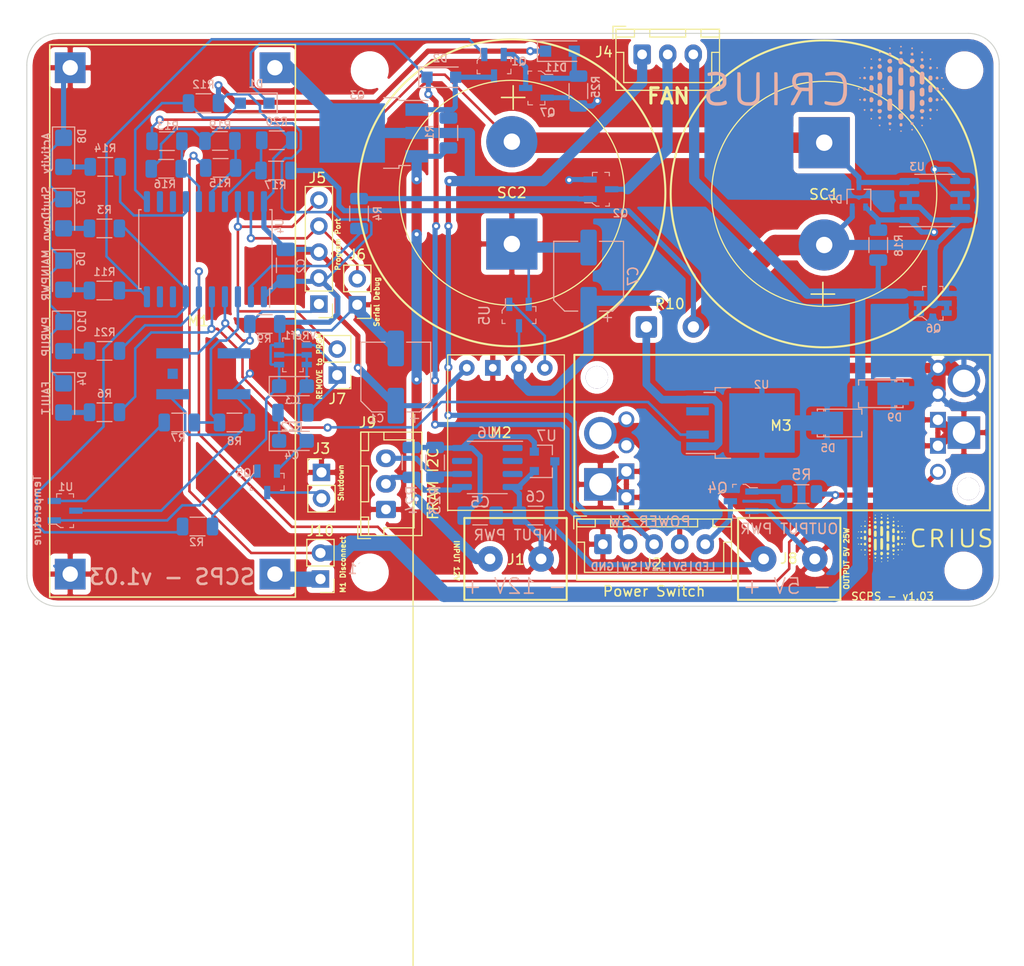
<source format=kicad_pcb>
(kicad_pcb (version 20171130) (host pcbnew 5.1.9+dfsg1-1)
  (layers (0 F.Cu signal) (31 B.Cu signal) (34 B.Paste user hide) (35 F.Paste user hide) (36 B.SilkS user) (37 F.SilkS user) (38 B.Mask user hide) (39 F.Mask user hide) (44 Edge.Cuts user))
  (net 0 "")
  (net 1 "Net-(C1-Pad2)")
  (net 2 "Net-(C1-Pad1)")
  (net 3 "Net-(C5-Pad1)")
  (net 4 "Net-(D1-Pad2)")
  (net 5 "Net-(D3-Pad2)")
  (net 6 "Net-(D4-Pad2)")
  (net 7 "Net-(D5-Pad2)")
  (net 8 "Net-(D6-Pad2)")
  (net 9 "Net-(D8-Pad2)")
  (net 10 "Net-(D10-Pad2)")
  (net 11 "Net-(J1-Pad2)")
  (net 12 "Net-(Q1-Pad1)")
  (net 13 "Net-(Q2-Pad1)")
  (net 14 "Net-(Q4-Pad1)")
  (net 15 "Net-(R2-Pad1)")
  (net 16 "Net-(R4-Pad1)")
  (net 17 "Net-(U4-Pad13)")
  (net 18 "Net-(U4-Pad12)")
  (net 19 "Net-(U4-Pad9)")
  (net 20 "Net-(U4-Pad8)")
  (net 21 "Net-(C4-Pad1)")
  (net 22 "Net-(D1-Pad1)")
  (net 23 "Net-(D2-Pad2)")
  (net 24 "Net-(D5-Pad1)")
  (net 25 "Net-(D7-Pad3)")
  (net 26 "Net-(D7-Pad2)")
  (net 27 "Net-(J2-Pad5)")
  (net 28 "Net-(J2-Pad3)")
  (net 29 "Net-(J3-Pad2)")
  (net 30 "Net-(J4-Pad2)")
  (net 31 "Net-(J5-Pad5)")
  (net 32 "Net-(J5-Pad4)")
  (net 33 "Net-(J5-Pad1)")
  (net 34 "Net-(J7-Pad1)")
  (net 35 "Net-(M2-Pad4)")
  (net 36 "Net-(M3-Pad1)")
  (net 37 "Net-(Q5-Pad1)")
  (net 38 "Net-(R6-Pad1)")
  (net 39 "Net-(R7-Pad2)")
  (net 40 "Net-(R7-Pad1)")
  (net 41 "Net-(R10-Pad1)")
  (net 42 "Net-(R13-Pad2)")
  (net 43 "Net-(R14-Pad1)")
  (net 44 "Net-(R15-Pad1)")
  (net 45 "Net-(R17-Pad2)")
  (net 46 "Net-(U2-Pad4)")
  (net 47 "Net-(C6-Pad1)")
  (net 48 "Net-(J9-Pad3)")
  (net 49 "Net-(J9-Pad2)")
  (net 50 "Net-(U6-Pad7)")
  (net 51 "Net-(U6-Pad3)")
  (net 52 "Net-(U6-Pad2)")
  (net 53 "Net-(U6-Pad1)")
  (net 54 "Net-(D11-Pad2)")
  (net 55 "Net-(Q1-Pad2)")
  (net 56 "Net-(C7-Pad1)")
  (net 57 "Net-(J10-Pad1)")
  (module Connector_JST:JST_XH_B3B-XH-A_1x03_P2.50mm_Vertical (layer F.Cu) (at 152.53 83.42)
    (fp_text reference J4 (at -3.73 -0.22) (layer F.SilkS))
    (fp_text value "12V  5V")
    (pad 3 thru_hole oval (at 5 0) (size 1.7 1.95) (drill 0.95) (layers *.Cu *.Mask) (net 7 "Net-(D5-Pad2)"))
    (pad 2 thru_hole oval (at 2.5 0) (size 1.7 1.95) (drill 0.95) (layers *.Cu *.Mask) (net 30 "Net-(J4-Pad2)"))
    (pad 1 thru_hole roundrect (at 0 0) (size 1.7 1.95) (drill 0.95) (layers *.Cu *.Mask) (roundrect_rratio 0.147059) (net 28 "Net-(J2-Pad3)"))
  )
  (module Footprint_Library:XL4015 (layer F.Cu) (at 106.65 109.47 270)
    (fp_text reference M1 (at 0 -2.5 180) (layer F.SilkS))
    (fp_text value XL4015)
    (pad 3 thru_hole rect (at 24.75 10 270) (size 3 3) (drill 1.5) (layers *.Cu *.Mask) (net 1 "Net-(C1-Pad2)"))
    (pad 4 thru_hole rect (at 24.75 -10 270) (size 3 3) (drill 1.5) (layers *.Cu *.Mask) (net 57 "Net-(J10-Pad1)"))
    (pad 2 thru_hole rect (at -24.75 10 270) (size 3 3) (drill 1.5) (layers *.Cu *.Mask) (net 1 "Net-(C1-Pad2)"))
    (pad 1 thru_hole rect (at -24.75 -10 270) (size 3 3) (drill 1.5) (layers *.Cu *.Mask) (net 28 "Net-(J2-Pad3)"))
  )
  (module "Footprint_Library:Panasonic 6x6mm EVQ-7Q201W" (layer B.Cu) (at 109.66 114.64)
    (fp_text reference S1 (at 15.05 19.06) (layer B.SilkS) (effects (justify mirror)))
    (fp_text value RESET)
    (pad 4 smd rect (at 3 -2) (size 3.2 1) (layers B.Cu B.Paste B.Mask) (net 33 "Net-(J5-Pad1)"))
    (pad 2 smd rect (at 3 2) (size 3.2 1) (layers B.Cu B.Paste B.Mask) (net 1 "Net-(C1-Pad2)"))
    (pad 1 smd rect (at -3 2) (size 3.2 1) (layers B.Cu B.Paste B.Mask) (net 1 "Net-(C1-Pad2)"))
    (pad 3 smd rect (at -3 -2) (size 3.2 1) (layers B.Cu B.Paste B.Mask) (net 33 "Net-(J5-Pad1)"))
    (pad 5 smd rect (at -3 0) (size 1 1) (layers B.Cu B.Paste B.Mask))
  )
  (module Connector_PinHeader_2.54mm:PinHeader_1x02_P2.54mm_Vertical (layer F.Cu) (at 121.1 134.7 180)
    (fp_text reference J10 (at 0 4.7) (layer F.SilkS))
    (fp_text value "M1 Disconnect" (at -2.2 1.4 90) (layer F.SilkS) (effects (font (size 0.5 0.5) (thickness 0.125))))
    (pad 2 thru_hole oval (at 0 2.54 180) (size 1.7 1.7) (drill 1) (layers *.Cu *.Mask) (net 7 "Net-(D5-Pad2)"))
    (pad 1 thru_hole rect (at 0 0 180) (size 1.7 1.7) (drill 1) (layers *.Cu *.Mask) (net 57 "Net-(J10-Pad1)"))
  )
  (module Capacitor_SMD:CP_Elec_6.3x5.2 (layer B.Cu) (at 147.3 105.1 90)
    (fp_text reference C7 (at 0 4.35 270) (layer B.SilkS) (effects (justify mirror)))
    (fp_text value 100uF)
    (pad 2 smd roundrect (at 2.8 0 90) (size 3.5 1.6) (layers B.Cu B.Paste B.Mask) (roundrect_rratio 0.15625) (net 1 "Net-(C1-Pad2)"))
    (pad 1 smd roundrect (at -2.8 0 90) (size 3.5 1.6) (layers B.Cu B.Paste B.Mask) (roundrect_rratio 0.15625) (net 56 "Net-(C7-Pad1)"))
  )
  (module digikey-footprints:SOT-23-3 (layer B.Cu) (at 140.5 108.9 270)
    (fp_text reference U5 (at 0.025 3.375 90) (layer B.SilkS) (effects (justify mirror)))
    (fp_text value MCP111-SOT23)
    (pad 1 smd rect (at -1.05 0.95 270) (size 1.3 0.6) (layers B.Cu B.Paste B.Mask) (net 35 "Net-(M2-Pad4)"))
    (pad 2 smd rect (at -1.05 -0.95 270) (size 1.3 0.6) (layers B.Cu B.Paste B.Mask) (net 1 "Net-(C1-Pad2)"))
    (pad 3 smd rect (at 1.05 0 270) (size 1.3 0.6) (layers B.Cu B.Paste B.Mask) (net 56 "Net-(C7-Pad1)"))
  )
  (module Resistor_SMD:R_1206_3216Metric (layer B.Cu) (at 146.3 87 90)
    (fp_text reference R25 (at 0.4 1.7 90) (layer B.SilkS) (effects (font (size 0.75 0.75)) (justify mirror)))
    (fp_text value 470)
    (pad 2 smd roundrect (at 1.4625 0 90) (size 1.125 1.75) (layers B.Cu B.Paste B.Mask) (roundrect_rratio 0.2222195555555556) (net 54 "Net-(D11-Pad2)"))
    (pad 1 smd roundrect (at -1.4625 0 90) (size 1.125 1.75) (layers B.Cu B.Paste B.Mask) (roundrect_rratio 0.2222195555555556) (net 1 "Net-(C1-Pad2)"))
  )
  (module digikey-footprints:SOT-23-3 (layer B.Cu) (at 142.2 86.7 180)
    (fp_text reference Q7 (at -1.1 -2.4) (layer B.SilkS) (effects (font (size 0.75 0.75)) (justify mirror)))
    (fp_text value BSS806)
    (pad 1 smd rect (at -1.05 0.95 180) (size 1.3 0.6) (layers B.Cu B.Paste B.Mask) (net 54 "Net-(D11-Pad2)"))
    (pad 2 smd rect (at -1.05 -0.95 180) (size 1.3 0.6) (layers B.Cu B.Paste B.Mask) (net 1 "Net-(C1-Pad2)"))
    (pad 3 smd rect (at 1.05 0 180) (size 1.3 0.6) (layers B.Cu B.Paste B.Mask) (net 55 "Net-(Q1-Pad2)"))
  )
  (module Diode_SMD:D_SOD-123F (layer B.Cu) (at 144.5 83.1)
    (fp_text reference D11 (at -0.4 1.6) (layer B.SilkS) (effects (font (size 0.75 0.75)) (justify mirror)))
    (fp_text value "3v3 Zener" hide)
    (pad 2 smd rect (at 1.4 0) (size 1.1 1.1) (layers B.Cu B.Paste B.Mask) (net 54 "Net-(D11-Pad2)"))
    (pad 1 smd rect (at -1.4 0) (size 1.1 1.1) (layers B.Cu B.Paste B.Mask) (net 2 "Net-(C1-Pad1)"))
  )
  (module Crius:Crius_logo_36x9mm (layer B.Cu) (at 170.4 86.8 180)
    (fp_text reference G*** hide)
    (fp_text value LOGO hide)
  )
  (module Crius:Crius_logo_20x5mm (layer F.Cu) (at 180.1 130.7)
    (fp_text reference G*** hide)
    (fp_text value LOGO hide)
  )
  (module Connector_PinHeader_2.54mm:PinHeader_1x02_P2.54mm_Vertical (layer F.Cu) (at 121.2 124.28)
    (fp_text reference J3 (at 0 -2.33) (layer F.SilkS))
    (fp_text value Shutdown (at 1.9 1.02 90) (layer F.SilkS) (effects (font (size 0.5 0.5) (thickness 0.125))))
    (pad 2 thru_hole oval (at 0 2.54) (size 1.7 1.7) (drill 1) (layers *.Cu *.Mask) (net 29 "Net-(J3-Pad2)"))
    (pad 1 thru_hole rect (at 0 0) (size 1.7 1.7) (drill 1) (layers *.Cu *.Mask) (net 1 "Net-(C1-Pad2)"))
  )
  (module Package_TO_SOT_SMD:SOT-23 (layer B.Cu) (at 143 123.2)
    (fp_text reference U7 (at 0.2 -2.5) (layer B.SilkS) (effects (justify mirror)))
    (fp_text value MCP1700-3302E_SOT23)
    (pad 3 smd rect (at 1 0) (size 0.9 0.8) (layers B.Cu B.Paste B.Mask) (net 47 "Net-(C6-Pad1)"))
    (pad 2 smd rect (at -1 -0.95) (size 0.9 0.8) (layers B.Cu B.Paste B.Mask) (net 3 "Net-(C5-Pad1)"))
    (pad 1 smd rect (at -1 0.95) (size 0.9 0.8) (layers B.Cu B.Paste B.Mask) (net 1 "Net-(C1-Pad2)"))
  )
  (module Package_SO:SOIC-8_3.9x4.9mm_P1.27mm (layer B.Cu) (at 137.4 123.8 180)
    (fp_text reference U6 (at 0 3.4) (layer B.SilkS) (effects (justify mirror)))
    (fp_text value MB85RC1MT)
    (pad 8 smd roundrect (at 2.475 1.905 180) (size 1.95 0.6) (layers B.Cu B.Paste B.Mask) (net 3 "Net-(C5-Pad1)"))
    (pad 7 smd roundrect (at 2.475 0.635 180) (size 1.95 0.6) (layers B.Cu B.Paste B.Mask) (net 50 "Net-(U6-Pad7)"))
    (pad 6 smd roundrect (at 2.475 -0.635 180) (size 1.95 0.6) (layers B.Cu B.Paste B.Mask) (net 48 "Net-(J9-Pad3)"))
    (pad 5 smd roundrect (at 2.475 -1.905 180) (size 1.95 0.6) (layers B.Cu B.Paste B.Mask) (net 49 "Net-(J9-Pad2)"))
    (pad 4 smd roundrect (at -2.475 -1.905 180) (size 1.95 0.6) (layers B.Cu B.Paste B.Mask) (net 1 "Net-(C1-Pad2)"))
    (pad 3 smd roundrect (at -2.475 -0.635 180) (size 1.95 0.6) (layers B.Cu B.Paste B.Mask) (net 51 "Net-(U6-Pad3)"))
    (pad 2 smd roundrect (at -2.475 0.635 180) (size 1.95 0.6) (layers B.Cu B.Paste B.Mask) (net 52 "Net-(U6-Pad2)"))
    (pad 1 smd roundrect (at -2.475 1.905 180) (size 1.95 0.6) (layers B.Cu B.Paste B.Mask) (net 53 "Net-(U6-Pad1)"))
  )
  (module Resistor_SMD:R_1206_3216Metric (layer B.Cu) (at 130 123.3 270)
    (fp_text reference R24 (at 3.7 0 90) (layer B.SilkS) (effects (justify mirror)))
    (fp_text value 10k)
    (pad 2 smd roundrect (at 1.4625 0 270) (size 1.125 1.75) (layers B.Cu B.Paste B.Mask) (roundrect_rratio 0.2222195555555556) (net 49 "Net-(J9-Pad2)"))
    (pad 1 smd roundrect (at -1.4625 0 270) (size 1.125 1.75) (layers B.Cu B.Paste B.Mask) (roundrect_rratio 0.2222195555555556) (net 3 "Net-(C5-Pad1)"))
  )
  (module Resistor_SMD:R_1206_3216Metric (layer B.Cu) (at 132.3 123.3 270)
    (fp_text reference R23 (at 3.7 0 90) (layer B.SilkS) (effects (justify mirror)))
    (fp_text value 10k)
    (pad 2 smd roundrect (at 1.4625 0 270) (size 1.125 1.75) (layers B.Cu B.Paste B.Mask) (roundrect_rratio 0.2222195555555556) (net 48 "Net-(J9-Pad3)"))
    (pad 1 smd roundrect (at -1.4625 0 270) (size 1.125 1.75) (layers B.Cu B.Paste B.Mask) (roundrect_rratio 0.2222195555555556) (net 3 "Net-(C5-Pad1)"))
  )
  (module Connector_JST:JST_XH_B3B-XH-A_1x03_P2.50mm_Vertical (layer F.Cu) (at 127.5 127.9 90)
    (fp_text reference J9 (at 8.5 -1.8 180) (layer F.SilkS))
    (fp_text value "FRAM I2C" (at 2.5 4.6 90) (layer F.SilkS))
    (pad 3 thru_hole oval (at 5 0 90) (size 1.7 1.95) (drill 0.95) (layers *.Cu *.Mask) (net 48 "Net-(J9-Pad3)"))
    (pad 2 thru_hole oval (at 2.5 0 90) (size 1.7 1.95) (drill 0.95) (layers *.Cu *.Mask) (net 49 "Net-(J9-Pad2)"))
    (pad 1 thru_hole roundrect (at 0 0 90) (size 1.7 1.95) (drill 0.95) (layers *.Cu *.Mask) (roundrect_rratio 0.1470588235294118) (net 1 "Net-(C1-Pad2)"))
  )
  (module Capacitor_SMD:C_1206_3216Metric_Pad1.33x1.80mm_HandSolder (layer B.Cu) (at 142.1 128.5 180)
    (fp_text reference C6 (at 0 1.85) (layer B.SilkS) (effects (justify mirror)))
    (fp_text value 1uF)
    (pad 2 smd roundrect (at 1.5625 0 180) (size 1.325 1.8) (layers B.Cu B.Paste B.Mask) (roundrect_rratio 0.1886769811320755) (net 1 "Net-(C1-Pad2)"))
    (pad 1 smd roundrect (at -1.5625 0 180) (size 1.325 1.8) (layers B.Cu B.Paste B.Mask) (roundrect_rratio 0.1886769811320755) (net 47 "Net-(C6-Pad1)"))
  )
  (module Capacitor_SMD:C_1206_3216Metric_Pad1.33x1.80mm_HandSolder (layer B.Cu) (at 136.7 128.5)
    (fp_text reference C5 (at 0 -1.3) (layer B.SilkS) (effects (justify mirror)))
    (fp_text value 1uF)
    (pad 2 smd roundrect (at 1.5625 0) (size 1.325 1.8) (layers B.Cu B.Paste B.Mask) (roundrect_rratio 0.1886769811320755) (net 1 "Net-(C1-Pad2)"))
    (pad 1 smd roundrect (at -1.5625 0) (size 1.325 1.8) (layers B.Cu B.Paste B.Mask) (roundrect_rratio 0.1886769811320755) (net 3 "Net-(C5-Pad1)"))
  )
  (module Resistor_SMD:R_1206_3216Metric (layer B.Cu) (at 168.1 126.4 180)
    (fp_text reference R5 (at 0 1.9) (layer B.SilkS) (effects (justify mirror)))
    (fp_text value 1k)
    (pad 2 smd roundrect (at 1.4625 0 180) (size 1.125 1.75) (layers B.Cu B.Paste B.Mask) (roundrect_rratio 0.2222195555555556) (net 14 "Net-(Q4-Pad1)"))
    (pad 1 smd roundrect (at -1.4625 0 180) (size 1.125 1.75) (layers B.Cu B.Paste B.Mask) (roundrect_rratio 0.2222195555555556) (net 36 "Net-(M3-Pad1)"))
  )
  (module digikey-footprints:SOT-23-3 (layer B.Cu) (at 162.2 127.1 180)
    (fp_text reference Q4 (at 2.3 1.3) (layer B.SilkS) (effects (justify mirror)))
    (fp_text value BSS806)
    (pad 1 smd rect (at -1.05 0.95 180) (size 1.3 0.6) (layers B.Cu B.Paste B.Mask) (net 14 "Net-(Q4-Pad1)"))
    (pad 2 smd rect (at -1.05 -0.95 180) (size 1.3 0.6) (layers B.Cu B.Paste B.Mask) (net 1 "Net-(C1-Pad2)"))
    (pad 3 smd rect (at 1.05 0 180) (size 1.3 0.6) (layers B.Cu B.Paste B.Mask) (net 27 "Net-(J2-Pad5)"))
  )
  (module Connector_JST:JST_XH_B5B-XH-A_1x05_P2.50mm_Vertical (layer F.Cu) (at 148.7 131.3)
    (fp_text reference J2 (at 4.9 1.9) (layer F.SilkS))
    (fp_text value "Power Switch" (at 5 4.6) (layer F.SilkS))
    (pad 5 thru_hole oval (at 10 0) (size 1.7 1.95) (drill 0.95) (layers *.Cu *.Mask) (net 27 "Net-(J2-Pad5)"))
    (pad 4 thru_hole oval (at 7.5 0) (size 1.7 1.95) (drill 0.95) (layers *.Cu *.Mask) (net 47 "Net-(C6-Pad1)"))
    (pad 3 thru_hole oval (at 5 0) (size 1.7 1.95) (drill 0.95) (layers *.Cu *.Mask) (net 28 "Net-(J2-Pad3)"))
    (pad 2 thru_hole oval (at 2.5 0) (size 1.7 1.95) (drill 0.95) (layers *.Cu *.Mask) (net 22 "Net-(D1-Pad1)"))
    (pad 1 thru_hole roundrect (at 0 0) (size 1.7 1.95) (drill 0.95) (layers *.Cu *.Mask) (roundrect_rratio 0.1470588235294118) (net 1 "Net-(C1-Pad2)"))
  )
  (module SuperCaps:SCC-22-30mm (layer F.Cu) (at 139.8 96.95)
    (fp_text reference SC2 (at 0 0) (layer F.SilkS))
    (fp_text value 100F/200F)
    (fp_text user + (at 0.13 -9.56) (layer F.SilkS) (effects (font (size 3 3))))
    (pad 1 thru_hole rect (at 0 5) (size 5 5) (drill 1.6) (layers *.Cu *.Mask) (net 1 "Net-(C1-Pad2)"))
    (pad 2 thru_hole circle (at 0 -5) (size 5 5) (drill 1.6) (layers *.Cu *.Mask) (net 25 "Net-(D7-Pad3)"))
  )
  (module SuperCaps:SCC-22-30mm (layer F.Cu) (at 170.32 97.05 180)
    (fp_text reference SC1 (at 0.02 -0.05) (layer F.SilkS))
    (fp_text value 100F/200F)
    (fp_text user + (at 0.13 -9.56) (layer F.SilkS) (effects (font (size 3 3))))
    (pad 1 thru_hole rect (at 0 5 180) (size 5 5) (drill 1.6) (layers *.Cu *.Mask) (net 25 "Net-(D7-Pad3)"))
    (pad 2 thru_hole circle (at 0 -5 180) (size 5 5) (drill 1.6) (layers *.Cu *.Mask) (net 26 "Net-(D7-Pad2)"))
  )
  (module digikey-footprints:SOT-23-3 (layer B.Cu) (at 96.15 128.02)
    (fp_text reference U1 (at 0.05 -2.32) (layer B.SilkS) (effects (font (size 0.75 0.75) (thickness 0.13)) (justify mirror)))
    (fp_text value MCP9700A hide)
    (fp_text user Temperature (at -2.75 -0.02 90) (layer B.SilkS) (effects (font (size 0.75 0.75)) (justify mirror)))
    (pad 1 smd rect (at -1.05 0.95) (size 1.3 0.6) (layers B.Cu B.Paste B.Mask) (net 2 "Net-(C1-Pad1)"))
    (pad 2 smd rect (at -1.05 -0.95) (size 1.3 0.6) (layers B.Cu B.Paste B.Mask) (net 39 "Net-(R7-Pad2)"))
    (pad 3 smd rect (at 1.05 0) (size 1.3 0.6) (layers B.Cu B.Paste B.Mask) (net 1 "Net-(C1-Pad2)"))
  )
  (module digikey-footprints:SOT-23-6 (layer B.Cu) (at 118.41 112.79 270)
    (fp_text reference VRef1 (at -1.89 -0.69 180) (layer B.SilkS) (effects (font (size 0.75 0.75) (thickness 0.13)) (justify mirror)))
    (fp_text value MCP1501-6Pin)
    (pad 6 smd rect (at -0.95 1.35 270) (size 0.55 1) (layers B.Cu B.Paste B.Mask) (net 2 "Net-(C1-Pad1)"))
    (pad 5 smd rect (at 0 1.35 270) (size 0.55 1) (layers B.Cu B.Paste B.Mask) (net 1 "Net-(C1-Pad2)"))
    (pad 4 smd rect (at 0.95 1.35 270) (size 0.55 1) (layers B.Cu B.Paste B.Mask) (net 2 "Net-(C1-Pad1)"))
    (pad 1 smd rect (at -0.95 -1.35 270) (size 0.55 1) (layers B.Cu B.Paste B.Mask) (net 34 "Net-(J7-Pad1)"))
    (pad 2 smd rect (at 0 -1.35 270) (size 0.55 1) (layers B.Cu B.Paste B.Mask) (net 1 "Net-(C1-Pad2)"))
    (pad 3 smd rect (at 0.95 -1.35 270) (size 0.55 1) (layers B.Cu B.Paste B.Mask) (net 1 "Net-(C1-Pad2)"))
  )
  (module digikey-footprints:SOT-23-6 (layer B.Cu) (at 180.93 107.75 90)
    (fp_text reference Q6 (at -2.45 0.07 180) (layer B.SilkS) (effects (font (size 0.75 0.75) (thickness 0.13)) (justify mirror)))
    (fp_text value SQ3495-EV)
    (pad 6 smd rect (at -0.95 1.35 90) (size 0.55 1) (layers B.Cu B.Paste B.Mask) (net 26 "Net-(D7-Pad2)"))
    (pad 5 smd rect (at 0 1.35 90) (size 0.55 1) (layers B.Cu B.Paste B.Mask) (net 26 "Net-(D7-Pad2)"))
    (pad 4 smd rect (at 0.95 1.35 90) (size 0.55 1) (layers B.Cu B.Paste B.Mask) (net 56 "Net-(C7-Pad1)"))
    (pad 1 smd rect (at -0.95 -1.35 90) (size 0.55 1) (layers B.Cu B.Paste B.Mask) (net 26 "Net-(D7-Pad2)"))
    (pad 2 smd rect (at 0 -1.35 90) (size 0.55 1) (layers B.Cu B.Paste B.Mask) (net 26 "Net-(D7-Pad2)"))
    (pad 3 smd rect (at 0.95 -1.35 90) (size 0.55 1) (layers B.Cu B.Paste B.Mask) (net 7 "Net-(D5-Pad2)"))
  )
  (module Connector_Wire:SolderWire-0.5sqmm_1x02_P4.6mm_D0.9mm_OD2.1mm (layer F.Cu) (at 152.94 110.06)
    (fp_text reference R10 (at 2.3 -2.25) (layer F.SilkS))
    (fp_text value "1R 25W")
    (pad 2 thru_hole circle (at 4.6 0) (size 2.1 2.1) (drill 1.1) (layers *.Cu *.Mask) (net 26 "Net-(D7-Pad2)"))
    (pad 1 thru_hole roundrect (at 0 0) (size 2.1 2.1) (drill 1.1) (layers *.Cu *.Mask) (roundrect_rratio 0.1190471428571429) (net 41 "Net-(R10-Pad1)"))
  )
  (module Footprint_Library:DO-221BC (layer B.Cu) (at 175.85 116.59 180)
    (fp_text reference D9 (at -1.35 -2.31) (layer B.SilkS) (effects (font (size 0.75 0.75) (thickness 0.13)) (justify mirror)))
    (fp_text value V8PAM10S)
    (pad 1 smd rect (at -1.21 0 180) (size 3.1 2.2) (layers B.Cu B.Paste B.Mask) (net 56 "Net-(C7-Pad1)"))
    (pad 2 smd rect (at 2.01 0 180) (size 1.52 1.5) (layers B.Cu B.Paste B.Mask) (net 7 "Net-(D5-Pad2)"))
  )
  (module Footprint_Library:DO-221BC (layer B.Cu) (at 171.82 119.45)
    (fp_text reference D5 (at -1.12 2.45) (layer B.SilkS) (effects (font (size 0.75 0.75) (thickness 0.13)) (justify mirror)))
    (fp_text value V8PAM10S)
    (pad 1 smd rect (at -1.21 0) (size 3.1 2.2) (layers B.Cu B.Paste B.Mask) (net 24 "Net-(D5-Pad1)"))
    (pad 2 smd rect (at 2.01 0) (size 1.52 1.5) (layers B.Cu B.Paste B.Mask) (net 7 "Net-(D5-Pad2)"))
  )
  (module Package_SO:SOIC-20W_7.5x12.8mm_P1.27mm (layer B.Cu) (at 109.86 102.46 90)
    (fp_text reference U4 (at 2.26 7.24 90) (layer B.SilkS) (effects (font (size 0.75 0.75) (thickness 0.13)) (justify mirror)))
    (fp_text value PIC16F1709)
    (pad 20 smd roundrect (at 4.65 5.715 90) (size 2.05 0.6) (layers B.Cu B.Paste B.Mask) (net 1 "Net-(C1-Pad2)"))
    (pad 19 smd roundrect (at 4.65 4.445 90) (size 2.05 0.6) (layers B.Cu B.Paste B.Mask) (net 32 "Net-(J5-Pad4)"))
    (pad 18 smd roundrect (at 4.65 3.175 90) (size 2.05 0.6) (layers B.Cu B.Paste B.Mask) (net 31 "Net-(J5-Pad5)"))
    (pad 17 smd roundrect (at 4.65 1.905 90) (size 2.05 0.6) (layers B.Cu B.Paste B.Mask) (net 45 "Net-(R17-Pad2)"))
    (pad 16 smd roundrect (at 4.65 0.635 90) (size 2.05 0.6) (layers B.Cu B.Paste B.Mask) (net 44 "Net-(R15-Pad1)"))
    (pad 15 smd roundrect (at 4.65 -0.635 90) (size 2.05 0.6) (layers B.Cu B.Paste B.Mask) (net 42 "Net-(R13-Pad2)"))
    (pad 14 smd roundrect (at 4.65 -1.905 90) (size 2.05 0.6) (layers B.Cu B.Paste B.Mask) (net 43 "Net-(R14-Pad1)"))
    (pad 13 smd roundrect (at 4.65 -3.175 90) (size 2.05 0.6) (layers B.Cu B.Paste B.Mask) (net 17 "Net-(U4-Pad13)"))
    (pad 12 smd roundrect (at 4.65 -4.445 90) (size 2.05 0.6) (layers B.Cu B.Paste B.Mask) (net 18 "Net-(U4-Pad12)"))
    (pad 11 smd roundrect (at 4.65 -5.715 90) (size 2.05 0.6) (layers B.Cu B.Paste B.Mask) (net 4 "Net-(D1-Pad2)"))
    (pad 10 smd roundrect (at -4.65 -5.715 90) (size 2.05 0.6) (layers B.Cu B.Paste B.Mask) (net 12 "Net-(Q1-Pad1)"))
    (pad 9 smd roundrect (at -4.65 -4.445 90) (size 2.05 0.6) (layers B.Cu B.Paste B.Mask) (net 19 "Net-(U4-Pad9)"))
    (pad 8 smd roundrect (at -4.65 -3.175 90) (size 2.05 0.6) (layers B.Cu B.Paste B.Mask) (net 20 "Net-(U4-Pad8)"))
    (pad 7 smd roundrect (at -4.65 -1.905 90) (size 2.05 0.6) (layers B.Cu B.Paste B.Mask) (net 15 "Net-(R2-Pad1)"))
    (pad 6 smd roundrect (at -4.65 -0.635 90) (size 2.05 0.6) (layers B.Cu B.Paste B.Mask) (net 36 "Net-(M3-Pad1)"))
    (pad 5 smd roundrect (at -4.65 0.635 90) (size 2.05 0.6) (layers B.Cu B.Paste B.Mask) (net 38 "Net-(R6-Pad1)"))
    (pad 4 smd roundrect (at -4.65 1.905 90) (size 2.05 0.6) (layers B.Cu B.Paste B.Mask) (net 33 "Net-(J5-Pad1)"))
    (pad 3 smd roundrect (at -4.65 3.175 90) (size 2.05 0.6) (layers B.Cu B.Paste B.Mask) (net 40 "Net-(R7-Pad1)"))
    (pad 2 smd roundrect (at -4.65 4.445 90) (size 2.05 0.6) (layers B.Cu B.Paste B.Mask) (net 16 "Net-(R4-Pad1)"))
    (pad 1 smd roundrect (at -4.65 5.715 90) (size 2.05 0.6) (layers B.Cu B.Paste B.Mask) (net 2 "Net-(C1-Pad1)"))
  )
  (module Package_TO_SOT_SMD:TO-252-4 (layer B.Cu) (at 162.14 119.45)
    (fp_text reference U2 (at 2.06 -3.75) (layer B.SilkS) (effects (font (size 0.75 0.75) (thickness 0.13)) (justify mirror)))
    (fp_text value BTS443P)
    (pad 3 smd rect (at 2.1 0) (size 6.4 5.8) (layers B.Cu B.Mask) (net 24 "Net-(D5-Pad1)"))
    (pad 5 smd rect (at -4.2 -2.28) (size 2.2 0.8) (layers B.Cu B.Paste B.Mask) (net 41 "Net-(R10-Pad1)"))
    (pad 4 smd rect (at -4.2 -1.14) (size 2.2 0.8) (layers B.Cu B.Paste B.Mask) (net 46 "Net-(U2-Pad4)"))
    (pad 2 smd rect (at -4.2 1.14) (size 2.2 0.8) (layers B.Cu B.Paste B.Mask) (net 38 "Net-(R6-Pad1)"))
    (pad 1 smd rect (at -4.2 2.28) (size 2.2 0.8) (layers B.Cu B.Paste B.Mask) (net 41 "Net-(R10-Pad1)"))
  )
  (module Package_SO:SOIC-8_3.9x4.9mm_P1.27mm (layer B.Cu) (at 181.12 97.7)
    (fp_text reference U3 (at -1.72 -3.3) (layer B.SilkS) (effects (font (size 0.75 0.75) (thickness 0.13)) (justify mirror)))
    (fp_text value ALD910027)
    (pad 8 smd roundrect (at 2.475 1.905) (size 1.95 0.6) (layers B.Cu B.Paste B.Mask) (net 26 "Net-(D7-Pad2)"))
    (pad 7 smd roundrect (at 2.475 0.635) (size 1.95 0.6) (layers B.Cu B.Paste B.Mask) (net 25 "Net-(D7-Pad3)"))
    (pad 6 smd roundrect (at 2.475 -0.635) (size 1.95 0.6) (layers B.Cu B.Paste B.Mask) (net 25 "Net-(D7-Pad3)"))
    (pad 5 smd roundrect (at 2.475 -1.905) (size 1.95 0.6) (layers B.Cu B.Paste B.Mask) (net 1 "Net-(C1-Pad2)"))
    (pad 4 smd roundrect (at -2.475 -1.905) (size 1.95 0.6) (layers B.Cu B.Paste B.Mask) (net 25 "Net-(D7-Pad3)"))
    (pad 3 smd roundrect (at -2.475 -0.635) (size 1.95 0.6) (layers B.Cu B.Paste B.Mask) (net 26 "Net-(D7-Pad2)"))
    (pad 2 smd roundrect (at -2.475 0.635) (size 1.95 0.6) (layers B.Cu B.Paste B.Mask) (net 26 "Net-(D7-Pad2)"))
    (pad 1 smd roundrect (at -2.475 1.905) (size 1.95 0.6) (layers B.Cu B.Paste B.Mask) (net 1 "Net-(C1-Pad2)"))
  )
  (module Resistor_SMD:R_1206_3216Metric (layer B.Cu) (at 109.67 88.18 180)
    (fp_text reference R12 (at 0 1.82) (layer B.SilkS) (effects (font (size 0.75 0.75) (thickness 0.13)) (justify mirror)))
    (fp_text value 10k)
    (pad 2 smd roundrect (at 1.4625 0 180) (size 1.125 1.75) (layers B.Cu B.Paste B.Mask) (roundrect_rratio 0.2222195555555556) (net 4 "Net-(D1-Pad2)"))
    (pad 1 smd roundrect (at -1.4625 0 180) (size 1.125 1.75) (layers B.Cu B.Paste B.Mask) (roundrect_rratio 0.2222195555555556) (net 2 "Net-(C1-Pad1)"))
  )
  (module Resistor_SMD:R_1206_3216Metric (layer B.Cu) (at 99.99 106.5 180)
    (fp_text reference R11 (at 0 1.82) (layer B.SilkS) (effects (font (size 0.75 0.75) (thickness 0.13)) (justify mirror)))
    (fp_text value 1k)
    (pad 2 smd roundrect (at 1.4625 0 180) (size 1.125 1.75) (layers B.Cu B.Paste B.Mask) (roundrect_rratio 0.2222195555555556) (net 8 "Net-(D6-Pad2)"))
    (pad 1 smd roundrect (at -1.4625 0 180) (size 1.125 1.75) (layers B.Cu B.Paste B.Mask) (roundrect_rratio 0.2222195555555556) (net 12 "Net-(Q1-Pad1)"))
  )
  (module Resistor_SMD:R_1206_3216Metric (layer B.Cu) (at 133.6 91.1 90)
    (fp_text reference R1 (at 0.07 -1.83 90) (layer B.SilkS) (effects (font (size 0.75 0.75) (thickness 0.13)) (justify mirror)))
    (fp_text value 10k)
    (pad 2 smd roundrect (at 1.4625 0 90) (size 1.125 1.75) (layers B.Cu B.Paste B.Mask) (roundrect_rratio 0.2222195555555556) (net 23 "Net-(D2-Pad2)"))
    (pad 1 smd roundrect (at -1.4625 0 90) (size 1.125 1.75) (layers B.Cu B.Paste B.Mask) (roundrect_rratio 0.2222195555555556) (net 11 "Net-(J1-Pad2)"))
  )
  (module Resistor_SMD:R_1206_3216Metric (layer B.Cu) (at 118.41 118.44 180)
    (fp_text reference R22 (at 0.11 -1.36) (layer B.SilkS) (effects (font (size 0.75 0.75) (thickness 0.13)) (justify mirror)))
    (fp_text value 50)
    (pad 2 smd roundrect (at 1.4625 0 180) (size 1.125 1.75) (layers B.Cu B.Paste B.Mask) (roundrect_rratio 0.2222195555555556) (net 21 "Net-(C4-Pad1)"))
    (pad 1 smd roundrect (at -1.4625 0 180) (size 1.125 1.75) (layers B.Cu B.Paste B.Mask) (roundrect_rratio 0.2222195555555556) (net 34 "Net-(J7-Pad1)"))
  )
  (module Resistor_SMD:R_1206_3216Metric (layer B.Cu) (at 100 112.4 180)
    (fp_text reference R21 (at 0 1.82) (layer B.SilkS) (effects (font (size 0.75 0.75) (thickness 0.13)) (justify mirror)))
    (fp_text value 1k)
    (pad 2 smd roundrect (at 1.4625 0 180) (size 1.125 1.75) (layers B.Cu B.Paste B.Mask) (roundrect_rratio 0.2222195555555556) (net 10 "Net-(D10-Pad2)"))
    (pad 1 smd roundrect (at -1.4625 0 180) (size 1.125 1.75) (layers B.Cu B.Paste B.Mask) (roundrect_rratio 0.2222195555555556) (net 36 "Net-(M3-Pad1)"))
  )
  (module Resistor_SMD:R_1206_3216Metric (layer B.Cu) (at 116.83 91.81 180)
    (fp_text reference R20 (at 0 1.82) (layer B.SilkS) (effects (font (size 0.75 0.75) (thickness 0.13)) (justify mirror)))
    (fp_text value "1k 0.1%")
    (pad 2 smd roundrect (at 1.4625 0 180) (size 1.125 1.75) (layers B.Cu B.Paste B.Mask) (roundrect_rratio 0.2222195555555556) (net 45 "Net-(R17-Pad2)"))
    (pad 1 smd roundrect (at -1.4625 0 180) (size 1.125 1.75) (layers B.Cu B.Paste B.Mask) (roundrect_rratio 0.2222195555555556) (net 1 "Net-(C1-Pad2)"))
  )
  (module Resistor_SMD:R_1206_3216Metric (layer B.Cu) (at 175.6 102.06 270)
    (fp_text reference R18 (at 0.04 -2 90) (layer B.SilkS) (effects (font (size 0.75 0.75) (thickness 0.13)) (justify mirror)))
    (fp_text value 10k)
    (pad 2 smd roundrect (at 1.4625 0 270) (size 1.125 1.75) (layers B.Cu B.Paste B.Mask) (roundrect_rratio 0.2222195555555556) (net 7 "Net-(D5-Pad2)"))
    (pad 1 smd roundrect (at -1.4625 0 270) (size 1.125 1.75) (layers B.Cu B.Paste B.Mask) (roundrect_rratio 0.2222195555555556) (net 1 "Net-(C1-Pad2)"))
  )
  (module Resistor_SMD:R_1206_3216Metric (layer B.Cu) (at 116.76 94.77 180)
    (fp_text reference R17 (at 0.06 -1.43) (layer B.SilkS) (effects (font (size 0.75 0.75) (thickness 0.13)) (justify mirror)))
    (fp_text value "9k 0.1%")
    (pad 2 smd roundrect (at 1.4625 0 180) (size 1.125 1.75) (layers B.Cu B.Paste B.Mask) (roundrect_rratio 0.2222195555555556) (net 45 "Net-(R17-Pad2)"))
    (pad 1 smd roundrect (at -1.4625 0 180) (size 1.125 1.75) (layers B.Cu B.Paste B.Mask) (roundrect_rratio 0.2222195555555556) (net 26 "Net-(D7-Pad2)"))
  )
  (module Resistor_SMD:R_1206_3216Metric (layer B.Cu) (at 111.28 91.88)
    (fp_text reference R19 (at 0.02 -1.58) (layer B.SilkS) (effects (font (size 0.75 0.75) (thickness 0.13)) (justify mirror)))
    (fp_text value "1k 0.1%")
    (pad 2 smd roundrect (at 1.4625 0) (size 1.125 1.75) (layers B.Cu B.Paste B.Mask) (roundrect_rratio 0.2222195555555556) (net 44 "Net-(R15-Pad1)"))
    (pad 1 smd roundrect (at -1.4625 0) (size 1.125 1.75) (layers B.Cu B.Paste B.Mask) (roundrect_rratio 0.2222195555555556) (net 1 "Net-(C1-Pad2)"))
  )
  (module Resistor_SMD:R_1206_3216Metric (layer B.Cu) (at 111.35 94.51 180)
    (fp_text reference R15 (at 0.05 -1.49) (layer B.SilkS) (effects (font (size 0.75 0.75) (thickness 0.13)) (justify mirror)))
    (fp_text value "9k 0.1%")
    (pad 2 smd roundrect (at 1.4625 0 180) (size 1.125 1.75) (layers B.Cu B.Paste B.Mask) (roundrect_rratio 0.2222195555555556) (net 7 "Net-(D5-Pad2)"))
    (pad 1 smd roundrect (at -1.4625 0 180) (size 1.125 1.75) (layers B.Cu B.Paste B.Mask) (roundrect_rratio 0.2222195555555556) (net 44 "Net-(R15-Pad1)"))
  )
  (module Resistor_SMD:R_1206_3216Metric (layer B.Cu) (at 106.03 94.6)
    (fp_text reference R16 (at -0.13 1.5) (layer B.SilkS) (effects (font (size 0.75 0.75) (thickness 0.13)) (justify mirror)))
    (fp_text value "1k 0.1%")
    (pad 2 smd roundrect (at 1.4625 0) (size 1.125 1.75) (layers B.Cu B.Paste B.Mask) (roundrect_rratio 0.2222195555555556) (net 42 "Net-(R13-Pad2)"))
    (pad 1 smd roundrect (at -1.4625 0) (size 1.125 1.75) (layers B.Cu B.Paste B.Mask) (roundrect_rratio 0.2222195555555556) (net 1 "Net-(C1-Pad2)"))
  )
  (module Resistor_SMD:R_1206_3216Metric (layer B.Cu) (at 106.1 91.9)
    (fp_text reference R13 (at 0.1 -1.5) (layer B.SilkS) (effects (font (size 0.75 0.75) (thickness 0.13)) (justify mirror)))
    (fp_text value "9k 0.1%")
    (pad 2 smd roundrect (at 1.4625 0) (size 1.125 1.75) (layers B.Cu B.Paste B.Mask) (roundrect_rratio 0.2222195555555556) (net 42 "Net-(R13-Pad2)"))
    (pad 1 smd roundrect (at -1.4625 0) (size 1.125 1.75) (layers B.Cu B.Paste B.Mask) (roundrect_rratio 0.2222195555555556) (net 25 "Net-(D7-Pad3)"))
  )
  (module Resistor_SMD:R_1206_3216Metric (layer B.Cu) (at 99.99 100.43 180)
    (fp_text reference R3 (at 0 1.82) (layer B.SilkS) (effects (font (size 0.75 0.75) (thickness 0.13)) (justify mirror)))
    (fp_text value 1k)
    (pad 2 smd roundrect (at 1.4625 0 180) (size 1.125 1.75) (layers B.Cu B.Paste B.Mask) (roundrect_rratio 0.2222195555555556) (net 5 "Net-(D3-Pad2)"))
    (pad 1 smd roundrect (at -1.4625 0 180) (size 1.125 1.75) (layers B.Cu B.Paste B.Mask) (roundrect_rratio 0.2222195555555556) (net 15 "Net-(R2-Pad1)"))
  )
  (module Resistor_SMD:R_1206_3216Metric (layer B.Cu) (at 115.66 109.77)
    (fp_text reference R9 (at -0.06 1.43) (layer B.SilkS) (effects (font (size 0.75 0.75) (thickness 0.13)) (justify mirror)))
    (fp_text value 10k)
    (pad 2 smd roundrect (at 1.4625 0) (size 1.125 1.75) (layers B.Cu B.Paste B.Mask) (roundrect_rratio 0.2222195555555556) (net 2 "Net-(C1-Pad1)"))
    (pad 1 smd roundrect (at -1.4625 0) (size 1.125 1.75) (layers B.Cu B.Paste B.Mask) (roundrect_rratio 0.2222195555555556) (net 33 "Net-(J5-Pad1)"))
  )
  (module Resistor_SMD:R_1206_3216Metric (layer B.Cu) (at 112.7 119.4)
    (fp_text reference R8 (at 0 1.82) (layer B.SilkS) (effects (font (size 0.75 0.75) (thickness 0.13)) (justify mirror)))
    (fp_text value "1k 0.1%")
    (pad 2 smd roundrect (at 1.4625 0) (size 1.125 1.75) (layers B.Cu B.Paste B.Mask) (roundrect_rratio 0.2222195555555556) (net 1 "Net-(C1-Pad2)"))
    (pad 1 smd roundrect (at -1.4625 0) (size 1.125 1.75) (layers B.Cu B.Paste B.Mask) (roundrect_rratio 0.2222195555555556) (net 40 "Net-(R7-Pad1)"))
  )
  (module Resistor_SMD:R_1206_3216Metric (layer B.Cu) (at 107.3 119.4 180)
    (fp_text reference R7 (at 0.1 -1.5) (layer B.SilkS) (effects (font (size 0.75 0.75) (thickness 0.13)) (justify mirror)))
    (fp_text value "1k 0.1%")
    (pad 2 smd roundrect (at 1.4625 0 180) (size 1.125 1.75) (layers B.Cu B.Paste B.Mask) (roundrect_rratio 0.2222195555555556) (net 39 "Net-(R7-Pad2)"))
    (pad 1 smd roundrect (at -1.4625 0 180) (size 1.125 1.75) (layers B.Cu B.Paste B.Mask) (roundrect_rratio 0.2222195555555556) (net 40 "Net-(R7-Pad1)"))
  )
  (module Resistor_SMD:R_1206_3216Metric (layer B.Cu) (at 100 118.4 180)
    (fp_text reference R6 (at 0 1.82) (layer B.SilkS) (effects (font (size 0.75 0.75) (thickness 0.13)) (justify mirror)))
    (fp_text value 1k)
    (pad 2 smd roundrect (at 1.4625 0 180) (size 1.125 1.75) (layers B.Cu B.Paste B.Mask) (roundrect_rratio 0.2222195555555556) (net 6 "Net-(D4-Pad2)"))
    (pad 1 smd roundrect (at -1.4625 0 180) (size 1.125 1.75) (layers B.Cu B.Paste B.Mask) (roundrect_rratio 0.2222195555555556) (net 38 "Net-(R6-Pad1)"))
  )
  (module Resistor_SMD:R_1206_3216Metric (layer B.Cu) (at 109.09 129.57)
    (fp_text reference R2 (at -0.09 1.53) (layer B.SilkS) (effects (font (size 0.75 0.75) (thickness 0.13)) (justify mirror)))
    (fp_text value 1k)
    (pad 2 smd roundrect (at 1.4625 0) (size 1.125 1.75) (layers B.Cu B.Paste B.Mask) (roundrect_rratio 0.2222195555555556) (net 37 "Net-(Q5-Pad1)"))
    (pad 1 smd roundrect (at -1.4625 0) (size 1.125 1.75) (layers B.Cu B.Paste B.Mask) (roundrect_rratio 0.2222195555555556) (net 15 "Net-(R2-Pad1)"))
  )
  (module Resistor_SMD:R_1206_3216Metric (layer B.Cu) (at 124.87 98.98 90)
    (fp_text reference R4 (at 0 1.82 90) (layer B.SilkS) (effects (font (size 0.75 0.75) (thickness 0.13)) (justify mirror)))
    (fp_text value 1k)
    (pad 2 smd roundrect (at 1.4625 0 90) (size 1.125 1.75) (layers B.Cu B.Paste B.Mask) (roundrect_rratio 0.2222195555555556) (net 13 "Net-(Q2-Pad1)"))
    (pad 1 smd roundrect (at -1.4625 0 90) (size 1.125 1.75) (layers B.Cu B.Paste B.Mask) (roundrect_rratio 0.2222195555555556) (net 16 "Net-(R4-Pad1)"))
  )
  (module Resistor_SMD:R_1206_3216Metric (layer B.Cu) (at 100.07 94.41 180)
    (fp_text reference R14 (at 0 1.82) (layer B.SilkS) (effects (font (size 0.75 0.75) (thickness 0.13)) (justify mirror)))
    (fp_text value 1k)
    (pad 2 smd roundrect (at 1.4625 0 180) (size 1.125 1.75) (layers B.Cu B.Paste B.Mask) (roundrect_rratio 0.2222195555555556) (net 9 "Net-(D8-Pad2)"))
    (pad 1 smd roundrect (at -1.4625 0 180) (size 1.125 1.75) (layers B.Cu B.Paste B.Mask) (roundrect_rratio 0.2222195555555556) (net 43 "Net-(R14-Pad1)"))
  )
  (module Package_TO_SOT_SMD:TO-252-3_TabPin2 (layer B.Cu) (at 126.3 91.1 180)
    (fp_text reference Q3 (at 1.6 3.7) (layer B.SilkS) (effects (font (size 0.75 0.75) (thickness 0.13)) (justify mirror)))
    (fp_text value SPD18P06PGBTMA1)
    (pad 2 smd rect (at 2.1 0 180) (size 6.4 5.8) (layers B.Cu B.Mask) (net 28 "Net-(J2-Pad3)"))
    (pad 3 smd rect (at -4.2 -2.28 180) (size 2.2 1.2) (layers B.Cu B.Paste B.Mask) (net 11 "Net-(J1-Pad2)"))
    (pad 2 smd rect (at -4.2 0 180) (size 2.2 1.2) (layers B.Cu B.Paste B.Mask) (net 28 "Net-(J2-Pad3)"))
    (pad 1 smd rect (at -4.2 2.28 180) (size 2.2 1.2) (layers B.Cu B.Paste B.Mask) (net 23 "Net-(D2-Pad2)"))
  )
  (module digikey-footprints:SOT-23-3 (layer B.Cu) (at 138.06 84.48 270)
    (fp_text reference Q1 (at -0.38 -2.44 180) (layer B.SilkS) (effects (font (size 0.75 0.75) (thickness 0.13)) (justify mirror)))
    (fp_text value BSS806)
    (pad 1 smd rect (at -1.05 0.95 270) (size 1.3 0.6) (layers B.Cu B.Paste B.Mask) (net 12 "Net-(Q1-Pad1)"))
    (pad 2 smd rect (at -1.05 -0.95 270) (size 1.3 0.6) (layers B.Cu B.Paste B.Mask) (net 55 "Net-(Q1-Pad2)"))
    (pad 3 smd rect (at 1.05 0 270) (size 1.3 0.6) (layers B.Cu B.Paste B.Mask) (net 23 "Net-(D2-Pad2)"))
  )
  (module digikey-footprints:SOT-23-3 (layer B.Cu) (at 148.5 96.6)
    (fp_text reference Q2 (at 1.91 2.35) (layer B.SilkS) (effects (font (size 0.75 0.75) (thickness 0.13)) (justify mirror)))
    (fp_text value BSS806)
    (pad 1 smd rect (at -1.05 0.95) (size 1.3 0.6) (layers B.Cu B.Paste B.Mask) (net 13 "Net-(Q2-Pad1)"))
    (pad 2 smd rect (at -1.05 -0.95) (size 1.3 0.6) (layers B.Cu B.Paste B.Mask) (net 1 "Net-(C1-Pad2)"))
    (pad 3 smd rect (at 1.05 0) (size 1.3 0.6) (layers B.Cu B.Paste B.Mask) (net 30 "Net-(J4-Pad2)"))
  )
  (module digikey-footprints:SOT-23-3 (layer B.Cu) (at 115.9 125.2 270)
    (fp_text reference Q5 (at -0.87 2.3 180) (layer B.SilkS) (effects (font (size 0.75 0.75) (thickness 0.13)) (justify mirror)))
    (fp_text value BSS806)
    (pad 1 smd rect (at -1.05 0.95 270) (size 1.3 0.6) (layers B.Cu B.Paste B.Mask) (net 37 "Net-(Q5-Pad1)"))
    (pad 2 smd rect (at -1.05 -0.95 270) (size 1.3 0.6) (layers B.Cu B.Paste B.Mask) (net 1 "Net-(C1-Pad2)"))
    (pad 3 smd rect (at 1.05 0 270) (size 1.3 0.6) (layers B.Cu B.Paste B.Mask) (net 29 "Net-(J3-Pad2)"))
  )
  (module Pololu:U1V11Fx (layer F.Cu) (at 139.23 120.39 180)
    (fp_text reference M2 (at 0.5 0) (layer F.SilkS))
    (fp_text value U1V11F5)
    (pad 1 thru_hole circle (at 3.83 6.33 180) (size 1.524 1.524) (drill 0.762) (layers *.Cu *.Mask) (net 2 "Net-(C1-Pad1)"))
    (pad 2 thru_hole rect (at 1.29 6.33 180) (size 1.524 1.524) (drill 0.762) (layers *.Cu *.Mask) (net 1 "Net-(C1-Pad2)"))
    (pad 3 thru_hole circle (at -1.25 6.33 180) (size 1.524 1.524) (drill 0.762) (layers *.Cu *.Mask) (net 56 "Net-(C7-Pad1)"))
    (pad 4 thru_hole circle (at -3.79 6.33 180) (size 1.524 1.524) (drill 0.762) (layers *.Cu *.Mask) (net 35 "Net-(M2-Pad4)"))
  )
  (module Pololu:U3V70F5 (layer F.Cu) (at 166.21 120.39 90)
    (fp_text reference M3 (at 0.69 -0.11 180) (layer F.SilkS))
    (fp_text value U3V70F5)
    (pad 3 thru_hole rect (at 0 17.76 90) (size 3.18 3.18) (drill 2.18) (layers *.Cu *.Mask) (net 1 "Net-(C1-Pad2)"))
    (pad 12 thru_hole circle (at -0.06 -17.76 90) (size 3.18 3.18) (drill 2.18) (layers *.Cu *.Mask) (net 47 "Net-(C6-Pad1)"))
    (pad 6 thru_hole circle (at 5.06 17.76 90) (size 3.18 3.18) (drill 2.18) (layers *.Cu *.Mask) (net 56 "Net-(C7-Pad1)"))
    (pad 9 thru_hole rect (at -5.06 -17.76 90) (size 3.18 3.18) (drill 2.18) (layers *.Cu *.Mask) (net 1 "Net-(C1-Pad2)"))
    (pad "" thru_hole circle (at -5.5 18.2 90) (size 2.18 2.18) (drill 2.18) (layers *.Cu *.Mask))
    (pad "" thru_hole circle (at 5.4 -18.1 90) (size 2.18 2.18) (drill 2.18) (layers *.Cu *.Mask))
    (pad 13 thru_hole circle (at 1.29 -15.22 90) (size 1.55 1.55) (drill 1.02) (layers *.Cu *.Mask) (net 47 "Net-(C6-Pad1)"))
    (pad 11 thru_hole circle (at -1.25 -15.22 90) (size 1.55 1.55) (drill 1.02) (layers *.Cu *.Mask) (net 47 "Net-(C6-Pad1)"))
    (pad 10 thru_hole rect (at -3.79 -15.22 90) (size 1.55 1.55) (drill 1.02) (layers *.Cu *.Mask) (net 1 "Net-(C1-Pad2)"))
    (pad 8 thru_hole rect (at -6.33 -15.22 90) (size 1.55 1.55) (drill 1.02) (layers *.Cu *.Mask) (net 1 "Net-(C1-Pad2)"))
    (pad 1 thru_hole circle (at -3.83 15.22 90) (size 1.55 1.55) (drill 1.02) (layers *.Cu *.Mask) (net 36 "Net-(M3-Pad1)"))
    (pad 2 thru_hole rect (at -1.29 15.22 90) (size 1.55 1.55) (drill 1.02) (layers *.Cu *.Mask) (net 1 "Net-(C1-Pad2)"))
    (pad 4 thru_hole rect (at 1.25 15.22 90) (size 1.55 1.55) (drill 1.02) (layers *.Cu *.Mask) (net 1 "Net-(C1-Pad2)"))
    (pad 5 thru_hole circle (at 3.79 15.22 90) (size 1.55 1.55) (drill 1.02) (layers *.Cu *.Mask) (net 56 "Net-(C7-Pad1)"))
    (pad 7 thru_hole circle (at 6.33 15.22 90) (size 1.55 1.55) (drill 1.02) (layers *.Cu *.Mask) (net 56 "Net-(C7-Pad1)"))
  )
  (module Connector_PinHeader_2.54mm:PinHeader_1x02_P2.54mm_Vertical (layer F.Cu) (at 122.74 114.77 180)
    (fp_text reference J7 (at 0 -2.33) (layer F.SilkS))
    (fp_text value "REMOVE to PRGM" (at 1.74 0.87 90) (layer F.SilkS) (effects (font (size 0.5 0.5) (thickness 0.125))))
    (pad 2 thru_hole oval (at 0 2.54 180) (size 1.7 1.7) (drill 1) (layers *.Cu *.Mask) (net 31 "Net-(J5-Pad5)"))
    (pad 1 thru_hole rect (at 0 0 180) (size 1.7 1.7) (drill 1) (layers *.Cu *.Mask) (net 34 "Net-(J7-Pad1)"))
  )
  (module Connector_PinHeader_2.54mm:PinHeader_1x02_P2.54mm_Vertical (layer F.Cu) (at 124.7 107.89 180)
    (fp_text reference J6 (at 0 4.89) (layer F.SilkS))
    (fp_text value "Serial Debug" (at -1.9 0.29 90) (layer F.SilkS) (effects (font (size 0.5 0.5) (thickness 0.125))))
    (pad 2 thru_hole oval (at 0 2.54 180) (size 1.7 1.7) (drill 1) (layers *.Cu *.Mask) (net 32 "Net-(J5-Pad4)"))
    (pad 1 thru_hole rect (at 0 0 180) (size 1.7 1.7) (drill 1) (layers *.Cu *.Mask) (net 1 "Net-(C1-Pad2)"))
  )
  (module Connector_PinHeader_2.54mm:PinHeader_1x05_P2.54mm_Vertical (layer F.Cu) (at 120.95 107.82 180)
    (fp_text reference J5 (at 0.15 12.32) (layer F.SilkS))
    (fp_text value Program)
    (pad 5 thru_hole oval (at 0 10.16 180) (size 1.7 1.7) (drill 1) (layers *.Cu *.Mask) (net 31 "Net-(J5-Pad5)"))
    (pad 4 thru_hole oval (at 0 7.62 180) (size 1.7 1.7) (drill 1) (layers *.Cu *.Mask) (net 32 "Net-(J5-Pad4)"))
    (pad 3 thru_hole oval (at 0 5.08 180) (size 1.7 1.7) (drill 1) (layers *.Cu *.Mask) (net 1 "Net-(C1-Pad2)"))
    (pad 2 thru_hole oval (at 0 2.54 180) (size 1.7 1.7) (drill 1) (layers *.Cu *.Mask) (net 2 "Net-(C1-Pad1)"))
    (pad 1 thru_hole rect (at 0 0 180) (size 1.7 1.7) (drill 1) (layers *.Cu *.Mask) (net 33 "Net-(J5-Pad1)"))
  )
  (module Connectors:Screw_Terminal_2Pin (layer F.Cu) (at 166.9 132.74 90)
    (fp_text reference J8 (at 0.04 -0.04 180) (layer F.SilkS))
    (fp_text value "5V 25W")
    (pad 1 thru_hole circle (at 0 2.5 90) (size 2.5 2.5) (drill 1.05) (layers *.Cu *.Mask) (net 1 "Net-(C1-Pad2)"))
    (pad 2 thru_hole circle (at 0 -2.5 90) (size 2.5 2.5) (drill 1.05) (layers *.Cu *.Mask) (net 47 "Net-(C6-Pad1)"))
  )
  (module Connectors:Screw_Terminal_2Pin (layer F.Cu) (at 140.16 132.74 90)
    (fp_text reference J1 (at -0.06 0.04 180) (layer F.SilkS))
    (fp_text value "12v, 0.5A nominal, 5A Surge" hide)
    (pad 1 thru_hole circle (at 0 2.5 90) (size 2.5 2.5) (drill 1.05) (layers *.Cu *.Mask) (net 1 "Net-(C1-Pad2)"))
    (pad 2 thru_hole circle (at 0 -2.5 90) (size 2.5 2.5) (drill 1.05) (layers *.Cu *.Mask) (net 11 "Net-(J1-Pad2)"))
  )
  (module Diode_SMD:D_SOD-123F (layer B.Cu) (at 114.67 88.19 180)
    (fp_text reference D1 (at -0.127 1.905) (layer B.SilkS) (effects (font (size 0.75 0.75) (thickness 0.13)) (justify mirror)))
    (fp_text value 1N914)
    (pad 2 smd rect (at 1.4 0 180) (size 1.1 1.1) (layers B.Cu B.Paste B.Mask) (net 4 "Net-(D1-Pad2)"))
    (pad 1 smd rect (at -1.4 0 180) (size 1.1 1.1) (layers B.Cu B.Paste B.Mask) (net 22 "Net-(D1-Pad1)"))
  )
  (module Diode_SMD:D_1206_3216Metric_Castellated (layer B.Cu) (at 96 105 270)
    (fp_text reference D6 (at -1.6 -1.7 90) (layer B.SilkS) (effects (font (size 0.75 0.75) (thickness 0.13)) (justify mirror)))
    (fp_text value MAINPWR (at 0 1.7 90) (layer B.SilkS) (effects (font (size 0.75 0.75)) (justify mirror)))
    (pad 2 smd roundrect (at 1.425 0 270) (size 1.6 1.65) (layers B.Cu B.Paste B.Mask) (roundrect_rratio 0.15625) (net 8 "Net-(D6-Pad2)"))
    (pad 1 smd roundrect (at -1.425 0 270) (size 1.6 1.65) (layers B.Cu B.Paste B.Mask) (roundrect_rratio 0.15625) (net 1 "Net-(C1-Pad2)"))
  )
  (module Diode_SMD:D_SOD-123F (layer B.Cu) (at 132.91 85.65)
    (fp_text reference D2 (at -0.11 -1.85) (layer B.SilkS) (effects (font (size 0.75 0.75) (thickness 0.13)) (justify mirror)))
    (fp_text value 1N914)
    (pad 2 smd rect (at 1.4 0) (size 1.1 1.1) (layers B.Cu B.Paste B.Mask) (net 23 "Net-(D2-Pad2)"))
    (pad 1 smd rect (at -1.4 0) (size 1.1 1.1) (layers B.Cu B.Paste B.Mask) (net 22 "Net-(D1-Pad1)"))
  )
  (module Diode_SMD:D_1206_3216Metric_Castellated (layer B.Cu) (at 96 111 270)
    (fp_text reference D10 (at -1.5 -1.8 90) (layer B.SilkS) (effects (font (size 0.75 0.75) (thickness 0.13)) (justify mirror)))
    (fp_text value PWRUP (at 0 1.7 90) (layer B.SilkS) (effects (font (size 0.75 0.75)) (justify mirror)))
    (pad 2 smd roundrect (at 1.425 0 270) (size 1.6 1.65) (layers B.Cu B.Paste B.Mask) (roundrect_rratio 0.15625) (net 10 "Net-(D10-Pad2)"))
    (pad 1 smd roundrect (at -1.425 0 270) (size 1.6 1.65) (layers B.Cu B.Paste B.Mask) (roundrect_rratio 0.15625) (net 1 "Net-(C1-Pad2)"))
  )
  (module Diode_SMD:D_1206_3216Metric_Castellated (layer B.Cu) (at 96 99 270)
    (fp_text reference D3 (at -1.6 -1.7 90) (layer B.SilkS) (effects (font (size 0.75 0.75) (thickness 0.13)) (justify mirror)))
    (fp_text value ShutDown (at 0 1.7 90) (layer B.SilkS) (effects (font (size 0.75 0.75)) (justify mirror)))
    (pad 2 smd roundrect (at 1.425 0 270) (size 1.6 1.65) (layers B.Cu B.Paste B.Mask) (roundrect_rratio 0.15625) (net 5 "Net-(D3-Pad2)"))
    (pad 1 smd roundrect (at -1.425 0 270) (size 1.6 1.65) (layers B.Cu B.Paste B.Mask) (roundrect_rratio 0.15625) (net 1 "Net-(C1-Pad2)"))
  )
  (module Diode_SMD:D_1206_3216Metric_Castellated (layer B.Cu) (at 96 117 270)
    (fp_text reference D4 (at -1.9 -1.8 90) (layer B.SilkS) (effects (font (size 0.75 0.75) (thickness 0.13)) (justify mirror)))
    (fp_text value FAULT (at 0 1.7 90) (layer B.SilkS) (effects (font (size 0.75 0.75)) (justify mirror)))
    (pad 2 smd roundrect (at 1.425 0 270) (size 1.6 1.65) (layers B.Cu B.Paste B.Mask) (roundrect_rratio 0.15625) (net 6 "Net-(D4-Pad2)"))
    (pad 1 smd roundrect (at -1.425 0 270) (size 1.6 1.65) (layers B.Cu B.Paste B.Mask) (roundrect_rratio 0.15625) (net 1 "Net-(C1-Pad2)"))
  )
  (module Diode_SMD:D_1206_3216Metric_Castellated (layer B.Cu) (at 96 93 270)
    (fp_text reference D8 (at -1.6 -1.8 90) (layer B.SilkS) (effects (font (size 0.75 0.75) (thickness 0.13)) (justify mirror)))
    (fp_text value Activity (at 0.1 1.7 90) (layer B.SilkS) (effects (font (size 0.75 0.75)) (justify mirror)))
    (pad 2 smd roundrect (at 1.425 0 270) (size 1.6 1.65) (layers B.Cu B.Paste B.Mask) (roundrect_rratio 0.15625) (net 9 "Net-(D8-Pad2)"))
    (pad 1 smd roundrect (at -1.425 0 270) (size 1.6 1.65) (layers B.Cu B.Paste B.Mask) (roundrect_rratio 0.15625) (net 1 "Net-(C1-Pad2)"))
  )
  (module Package_TO_SOT_SMD:SOT-323_SC-70 (layer B.Cu) (at 173.71 97.34 90)
    (fp_text reference D7 (at -0.26 -2.31 180) (layer B.SilkS) (effects (font (size 0.75 0.75) (thickness 0.13)) (justify mirror)))
    (fp_text value BAT54SW)
    (pad 3 smd rect (at 1 0 180) (size 0.45 0.7) (layers B.Cu B.Paste B.Mask) (net 25 "Net-(D7-Pad3)"))
    (pad 2 smd rect (at -1 -0.65 180) (size 0.45 0.7) (layers B.Cu B.Paste B.Mask) (net 26 "Net-(D7-Pad2)"))
    (pad 1 smd rect (at -1 0.65 180) (size 0.45 0.7) (layers B.Cu B.Paste B.Mask) (net 1 "Net-(C1-Pad2)"))
  )
  (module Capacitor_Tantalum_SMD:CP_EIA-3216-18_Kemet-A (layer B.Cu) (at 118.41 121.2)
    (fp_text reference C4 (at -0.11 1.4) (layer B.SilkS) (effects (font (size 0.75 0.75) (thickness 0.13)) (justify mirror)))
    (fp_text value "2.2uF Tant")
    (pad 2 smd roundrect (at 1.35 0) (size 1.4 1.35) (layers B.Cu B.Paste B.Mask) (roundrect_rratio 0.1851844444444445) (net 1 "Net-(C1-Pad2)"))
    (pad 1 smd roundrect (at -1.35 0) (size 1.4 1.35) (layers B.Cu B.Paste B.Mask) (roundrect_rratio 0.1851844444444445) (net 21 "Net-(C4-Pad1)"))
  )
  (module Capacitor_Tantalum_SMD:CP_EIA-3216-18_Kemet-A (layer B.Cu) (at 118.41 115.85)
    (fp_text reference C3 (at -0.01 1.35) (layer B.SilkS) (effects (font (size 0.75 0.75) (thickness 0.13)) (justify mirror)))
    (fp_text value "2.2uF Tant")
    (pad 2 smd roundrect (at 1.35 0) (size 1.4 1.35) (layers B.Cu B.Paste B.Mask) (roundrect_rratio 0.1851844444444445) (net 1 "Net-(C1-Pad2)"))
    (pad 1 smd roundrect (at -1.35 0) (size 1.4 1.35) (layers B.Cu B.Paste B.Mask) (roundrect_rratio 0.1851844444444445) (net 2 "Net-(C1-Pad1)"))
  )
  (module Capacitor_SMD:C_1206_3216Metric_Pad1.33x1.80mm_HandSolder (layer B.Cu) (at 117.71 104.04 270)
    (fp_text reference C2 (at 0.06 -1.49 90) (layer B.SilkS) (effects (font (size 0.75 0.75) (thickness 0.13)) (justify mirror)))
    (fp_text value .1)
    (pad 2 smd roundrect (at 1.5625 0 270) (size 1.325 1.8) (layers B.Cu B.Paste B.Mask) (roundrect_rratio 0.1886769811320755) (net 2 "Net-(C1-Pad1)"))
    (pad 1 smd roundrect (at -1.5625 0 270) (size 1.325 1.8) (layers B.Cu B.Paste B.Mask) (roundrect_rratio 0.1886769811320755) (net 1 "Net-(C1-Pad2)"))
  )
  (module Capacitor_SMD:CP_Elec_6.3x5.2 (layer B.Cu) (at 128.46 114.96 90)
    (fp_text reference C1 (at -4.04 -1.86 180) (layer B.SilkS) (effects (font (size 0.75 0.75) (thickness 0.13)) (justify mirror)))
    (fp_text value 100uF)
    (pad 2 smd roundrect (at 2.8 0 90) (size 3.5 1.6) (layers B.Cu B.Paste B.Mask) (roundrect_rratio 0.15625) (net 1 "Net-(C1-Pad2)"))
    (pad 1 smd roundrect (at -2.8 0 90) (size 3.5 1.6) (layers B.Cu B.Paste B.Mask) (roundrect_rratio 0.15625) (net 2 "Net-(C1-Pad1)"))
  )
  (module MountingHole:MountingHole_2.7mm_M2.5 (layer F.Cu) (at 184.016883 84.963755 180)
    (fp_text reference REF** hide)
    (fp_text value MountingHole_2.7mm_M2.5 hide)
    (pad 1 np_thru_hole circle (at 0 0 180) (size 2.7 2.7) (drill 2.7) (layers *.Cu *.Mask))
  )
  (module MountingHole:MountingHole_2.7mm_M2.5 (layer F.Cu) (at 125.916883 134.063755 180)
    (fp_text reference REF** hide)
    (fp_text value MountingHole_2.7mm_M2.5 hide)
    (pad 1 np_thru_hole circle (at 0 0 180) (size 2.7 2.7) (drill 2.7) (layers *.Cu *.Mask))
  )
  (module MountingHole:MountingHole_2.7mm_M2.5 (layer F.Cu) (at 125.916883 84.963755 180)
    (fp_text reference REF** hide)
    (fp_text value MountingHole_2.7mm_M2.5 hide)
    (pad "" np_thru_hole circle (at 0 0 180) (size 2.7 2.7) (drill 2.7) (layers *.Cu *.Mask))
  )
  (module MountingHole:MountingHole_2.7mm_M2.5 (layer F.Cu) (at 183.916883 133.863755 180)
    (fp_text reference REF** hide)
    (fp_text value MountingHole_2.7mm_M2.5 hide)
    (pad 1 np_thru_hole circle (at 0 0 180) (size 2.7 2.7) (drill 2.7) (layers *.Cu *.Mask))
  )
  (gr_text "SCPS - v1.03" (at 106.6 134.5) (layer B.SilkS) (effects (font (size 1.5 1.5) (thickness 0.25)) (justify mirror)))
  (gr_text "Program Port" (at 122.8 102 90) (layer F.SilkS) (effects (font (size 0.5 0.5) (thickness 0.125))))
  (gr_text "SCPS - v1.03" (at 177 136.4) (layer F.SilkS) (effects (font (size 0.75 0.75) (thickness 0.125))))
  (gr_text "OUTPUT 5V 25W" (at 172.5 132.7 90) (layer F.SilkS) (effects (font (size 0.5 0.5) (thickness 0.125))))
  (gr_text "INPUT 12V" (at 134.4 132.9 270) (layer F.SilkS) (effects (font (size 0.5 0.5) (thickness 0.125))))
  (gr_text "INPUT PWR" (at 140.2 130.4) (layer B.SilkS) (effects (font (size 1 1)) (justify mirror)))
  (gr_text "- 12V +" (at 140.1 135.4) (layer B.SilkS) (effects (font (size 1.5 1.5)) (justify mirror)))
  (gr_text LED|5V|12V|SW|GND (at 153.6 133.5) (layer B.SilkS) (effects (font (size 0.75 0.75)) (justify mirror)))
  (gr_text "OUTPUT PWR" (at 166.9 129.8) (layer B.SilkS) (effects (font (size 1 1)) (justify mirror)))
  (gr_text "POWER SW" (at 153.3 129.1) (layer B.SilkS) (effects (font (size 1 1)) (justify mirror)))
  (gr_text "- 5V +" (at 166.7 135.4) (layer B.SilkS) (effects (font (size 1.5 1.5)) (justify mirror)))
  (gr_text FAN (at 155.1 87.5) (layer F.SilkS) (effects (font (size 1.5 1.5) (thickness 0.3))))
  (gr_arc (start 95.51 84.46) (end 95.51 81.36) (angle -90) (layer Edge.Cuts) (width 0.1))
  (gr_arc (start 184.416883 84.363755) (end 187.416883 84.363755) (angle -90) (layer Edge.Cuts) (width 0.1))
  (gr_arc (start 184.416883 134.363755) (end 184.416883 137.363755) (angle -90) (layer Edge.Cuts) (width 0.1))
  (gr_arc (start 95.416883 134.363755) (end 92.416883 134.363755) (angle -90) (layer Edge.Cuts) (width 0.1))
  (gr_line (start 92.416883 134.363755) (end 92.41 84.46) (layer Edge.Cuts) (width 0.1))
  (gr_line (start 184.416883 137.363755) (end 95.416883 137.363755) (layer Edge.Cuts) (width 0.1))
  (gr_line (start 184.416883 81.363755) (end 95.51 81.36) (layer Edge.Cuts) (width 0.1))
  (gr_line (start 187.416883 134.363755) (end 187.416883 84.363755) (layer Edge.Cuts) (width 0.1))
  (segment (start 182.46 94.66) (end 183.595 95.795) (width 0.5) (layer B.Cu) (net 1))
  (segment (start 178.645 99.605) (end 179.83 100.79) (width 0.5) (layer B.Cu) (net 1))
  (segment (start 179.83 100.79) (end 181.05 100.79) (width 0.5) (layer B.Cu) (net 1))
  (segment (start 181.05 100.79) (end 181.05 100.79) (width 0.25) (layer B.Cu) (net 1))
  (via (at 181.05 100.79) (size 0.8) (drill 0.4) (layers F.Cu B.Cu) (net 1))
  (segment (start 181.1 94.66) (end 182.46 94.66) (width 0.5) (layer B.Cu) (net 1))
  (via (at 181.1 94.66) (size 0.8) (drill 0.4) (layers F.Cu B.Cu) (net 1))
  (segment (start 181.1 100.74) (end 181.05 100.79) (width 0.25) (layer F.Cu) (net 1))
  (segment (start 181.1 94.66) (end 181.1 100.74) (width 0.5) (layer F.Cu) (net 1))
  (segment (start 175.625 99.605) (end 178.645 99.605) (width 0.5) (layer B.Cu) (net 1))
  (segment (start 174.36 98.34) (end 175.625 99.605) (width 0.5) (layer B.Cu) (net 1))
  (segment (start 175.6 99.63) (end 175.625 99.605) (width 0.5) (layer B.Cu) (net 1))
  (segment (start 175.6 100.5975) (end 175.6 99.63) (width 0.5) (layer B.Cu) (net 1))
  (segment (start 119.76 112.79) (end 119.76 113.74) (width 0.25) (layer B.Cu) (net 1))
  (segment (start 119.76 112.79) (end 118.6 112.79) (width 0.25) (layer B.Cu) (net 1))
  (segment (start 118.6 112.79) (end 117.06 112.79) (width 0.25) (layer B.Cu) (net 1))
  (segment (start 122.78 105.97) (end 124.7 107.89) (width 0.5) (layer F.Cu) (net 1))
  (segment (start 122.78 104.57) (end 122.78 105.97) (width 0.5) (layer F.Cu) (net 1))
  (segment (start 120.95 102.74) (end 122.78 104.57) (width 0.5) (layer F.Cu) (net 1))
  (segment (start 124.7 108.4) (end 128.46 112.16) (width 1) (layer B.Cu) (net 1))
  (segment (start 124.7 107.89) (end 124.7 108.4) (width 1) (layer B.Cu) (net 1))
  (segment (start 149.72 125.45) (end 150.99 124.18) (width 0.5) (layer F.Cu) (net 1))
  (segment (start 149.72 125.45) (end 150.99 126.72) (width 0.5) (layer F.Cu) (net 1))
  (segment (start 148.45 125.45) (end 149.72 125.45) (width 0.5) (layer F.Cu) (net 1))
  (segment (start 182.68 120.39) (end 181.43 119.14) (width 1) (layer F.Cu) (net 1))
  (segment (start 183.97 120.39) (end 182.68 120.39) (width 0.5) (layer F.Cu) (net 1))
  (segment (start 182.72 120.39) (end 181.43 121.68) (width 1) (layer F.Cu) (net 1))
  (segment (start 183.97 120.39) (end 182.72 120.39) (width 0.5) (layer F.Cu) (net 1))
  (segment (start 120.6875 102.4775) (end 120.95 102.74) (width 0.5) (layer B.Cu) (net 1))
  (segment (start 117.71 102.4775) (end 120.6875 102.4775) (width 0.5) (layer B.Cu) (net 1))
  (segment (start 115.575 100.3425) (end 117.71 102.4775) (width 0.5) (layer B.Cu) (net 1))
  (segment (start 115.575 97.81) (end 115.575 100.3425) (width 0.5) (layer B.Cu) (net 1))
  (segment (start 118.98499 120.42499) (end 119.76 121.2) (width 0.25) (layer B.Cu) (net 1))
  (segment (start 118.98499 116.62501) (end 118.98499 120.42499) (width 0.25) (layer B.Cu) (net 1))
  (segment (start 119.76 115.85) (end 118.98499 116.62501) (width 0.25) (layer B.Cu) (net 1))
  (segment (start 142.05 104.2) (end 139.8 101.95) (width 0.25) (layer B.Cu) (net 1))
  (via (at 145.4 95.7) (size 0.8) (drill 0.4) (layers F.Cu B.Cu) (net 1))
  (segment (start 119.25 121.71) (end 119.76 121.2) (width 0.25) (layer B.Cu) (net 1))
  (segment (start 111.08751 90.60999) (end 109.8175 91.88) (width 0.25) (layer B.Cu) (net 1))
  (segment (start 117.09249 90.60999) (end 111.08751 90.60999) (width 0.25) (layer B.Cu) (net 1))
  (segment (start 118.2925 91.81) (end 117.09249 90.60999) (width 0.25) (layer B.Cu) (net 1))
  (segment (start 95.1 133.42) (end 96.4 134.72) (width 0.25) (layer B.Cu) (net 1))
  (segment (start 105.52501 93.64249) (end 104.5675 94.6) (width 0.25) (layer B.Cu) (net 1))
  (segment (start 105.52501 92.1868) (end 105.52501 93.64249) (width 0.25) (layer B.Cu) (net 1))
  (segment (start 107.01182 90.69999) (end 105.52501 92.1868) (width 0.25) (layer B.Cu) (net 1))
  (segment (start 108.63749 90.69999) (end 107.01182 90.69999) (width 0.25) (layer B.Cu) (net 1))
  (segment (start 109.8175 91.88) (end 108.63749 90.69999) (width 0.25) (layer B.Cu) (net 1))
  (segment (start 97.2 128.02) (end 105.5425 128.02) (width 0.25) (layer B.Cu) (net 1))
  (segment (start 108.21182 120.60001) (end 112.96249 120.60001) (width 0.25) (layer B.Cu) (net 1))
  (segment (start 112.96249 120.60001) (end 113.23125 120.33125) (width 0.25) (layer B.Cu) (net 1))
  (segment (start 107.87499 118.35499) (end 107.87499 120.26318) (width 0.25) (layer B.Cu) (net 1))
  (segment (start 106.41 116.89) (end 107.87499 118.35499) (width 0.25) (layer B.Cu) (net 1))
  (segment (start 113.23125 120.33125) (end 114.1625 119.4) (width 0.25) (layer B.Cu) (net 1))
  (segment (start 107.87499 120.26318) (end 108.21182 120.60001) (width 0.25) (layer B.Cu) (net 1))
  (segment (start 105.5425 128.02) (end 113.23125 120.33125) (width 0.25) (layer B.Cu) (net 1))
  (segment (start 119.76 115.85) (end 119.76 114.54) (width 0.25) (layer B.Cu) (net 1))
  (segment (start 119.76 114.54) (end 119.76 113.74) (width 0.25) (layer B.Cu) (net 1))
  (segment (start 114.21 114.61) (end 114.21 114.61) (width 0.25) (layer B.Cu) (net 1))
  (via (at 114.21 114.61) (size 0.8) (drill 0.4) (layers F.Cu B.Cu) (net 1))
  (segment (start 122.2 110.39) (end 124.7 107.89) (width 0.25) (layer B.Cu) (net 1))
  (segment (start 119.11 110.39) (end 122.2 110.39) (width 0.25) (layer B.Cu) (net 1))
  (segment (start 118.6 110.9) (end 118.9 110.6) (width 0.25) (layer B.Cu) (net 1))
  (segment (start 118.6 112.79) (end 118.6 110.9) (width 0.25) (layer B.Cu) (net 1))
  (segment (start 118.9 110.6) (end 119.11 110.39) (width 0.25) (layer B.Cu) (net 1))
  (via (at 118.9 110.6) (size 0.8) (drill 0.4) (layers F.Cu B.Cu) (net 1))
  (segment (start 114.89 114.61) (end 118.9 110.6) (width 0.25) (layer F.Cu) (net 1))
  (segment (start 114.21 114.61) (end 114.89 114.61) (width 0.25) (layer F.Cu) (net 1))
  (segment (start 116.5 96.885) (end 116.5 93.6025) (width 0.25) (layer B.Cu) (net 1))
  (segment (start 116.5 93.6025) (end 118.2925 91.81) (width 0.25) (layer B.Cu) (net 1))
  (segment (start 115.575 97.81) (end 116.5 96.885) (width 0.25) (layer B.Cu) (net 1))
  (segment (start 94.7 96.275) (end 96 97.575) (width 0.25) (layer B.Cu) (net 1))
  (segment (start 94.7 92.875) (end 94.7 96.275) (width 0.25) (layer B.Cu) (net 1))
  (segment (start 96 91.575) (end 94.7 92.875) (width 0.25) (layer B.Cu) (net 1))
  (segment (start 94.7 102.275) (end 96 103.575) (width 0.25) (layer B.Cu) (net 1))
  (segment (start 94.7 98.05) (end 94.7 102.275) (width 0.25) (layer B.Cu) (net 1))
  (segment (start 95.175 97.575) (end 94.7 98.05) (width 0.25) (layer B.Cu) (net 1))
  (segment (start 96 97.575) (end 95.175 97.575) (width 0.25) (layer B.Cu) (net 1))
  (segment (start 94.7 107.919941) (end 96 109.219941) (width 0.25) (layer B.Cu) (net 1))
  (segment (start 96 109.219941) (end 96 109.575) (width 0.25) (layer B.Cu) (net 1))
  (segment (start 94.7 104.875) (end 94.7 107.919941) (width 0.25) (layer B.Cu) (net 1))
  (segment (start 96 103.575) (end 94.7 104.875) (width 0.25) (layer B.Cu) (net 1))
  (segment (start 94.7 110.875) (end 94.7 114.275) (width 0.25) (layer B.Cu) (net 1))
  (segment (start 94.7 114.275) (end 96 115.575) (width 0.25) (layer B.Cu) (net 1))
  (segment (start 96 109.575) (end 94.7 110.875) (width 0.25) (layer B.Cu) (net 1))
  (segment (start 145.45 95.65) (end 145.4 95.7) (width 0.5) (layer B.Cu) (net 1))
  (segment (start 147.45 95.65) (end 145.45 95.65) (width 0.5) (layer B.Cu) (net 1))
  (segment (start 140.445 125.705) (end 142 124.15) (width 0.5) (layer B.Cu) (net 1))
  (segment (start 139.875 125.705) (end 140.445 125.705) (width 0.5) (layer B.Cu) (net 1))
  (segment (start 142.66 130.6225) (end 140.5375 128.5) (width 0.5) (layer B.Cu) (net 1))
  (segment (start 142.66 132.74) (end 142.66 130.6225) (width 0.5) (layer B.Cu) (net 1))
  (segment (start 140.5375 128.5) (end 138.2625 128.5) (width 0.5) (layer B.Cu) (net 1))
  (segment (start 140.5375 126.3675) (end 139.875 125.705) (width 0.5) (layer B.Cu) (net 1))
  (segment (start 140.5375 128.5) (end 140.5375 126.3675) (width 0.5) (layer B.Cu) (net 1))
  (segment (start 116.85 124.11) (end 119.76 121.2) (width 0.25) (layer B.Cu) (net 1))
  (segment (start 116.85 124.15) (end 116.85 124.11) (width 0.25) (layer B.Cu) (net 1))
  (segment (start 148.1625 87.9625) (end 148.1625 87.9625) (width 0.5) (layer B.Cu) (net 1))
  (via (at 148.1625 87.9625) (size 0.8) (drill 0.4) (layers F.Cu B.Cu) (net 1))
  (segment (start 147.6625 88.4625) (end 148.1625 87.9625) (width 0.5) (layer B.Cu) (net 1))
  (segment (start 146.3 88.4625) (end 147.6625 88.4625) (width 0.5) (layer B.Cu) (net 1))
  (segment (start 145.4875 87.65) (end 146.3 88.4625) (width 0.5) (layer B.Cu) (net 1))
  (segment (start 143.25 87.65) (end 145.4875 87.65) (width 0.5) (layer B.Cu) (net 1))
  (segment (start 141.45 103.6) (end 139.8 101.95) (width 0.25) (layer B.Cu) (net 1))
  (segment (start 141.45 107.85) (end 141.45 103.6) (width 0.25) (layer B.Cu) (net 1))
  (segment (start 140.15 102.3) (end 139.8 101.95) (width 1) (layer B.Cu) (net 1))
  (segment (start 147.3 102.3) (end 140.15 102.3) (width 1) (layer B.Cu) (net 1))
  (segment (start 164.71 128.05) (end 169.4 132.74) (width 0.5) (layer B.Cu) (net 1))
  (segment (start 163.25 128.05) (end 164.71 128.05) (width 0.5) (layer B.Cu) (net 1))
  (segment (start 96 84.62) (end 96.4 84.22) (width 0.5) (layer B.Cu) (net 1))
  (segment (start 96 91.575) (end 96 84.62) (width 0.5) (layer B.Cu) (net 1))
  (segment (start 112.66 116.16) (end 112.66 116.64) (width 0.25) (layer B.Cu) (net 1))
  (segment (start 114.21 114.61) (end 112.66 116.16) (width 0.25) (layer B.Cu) (net 1))
  (segment (start 114.1625 118.1425) (end 112.66 116.64) (width 0.25) (layer B.Cu) (net 1))
  (segment (start 114.1625 119.4) (end 114.1625 118.1425) (width 0.25) (layer B.Cu) (net 1))
  (segment (start 131.7 117.76) (end 135.4 114.06) (width 0.5) (layer B.Cu) (net 2))
  (segment (start 128.46 117.76) (end 131.7 117.76) (width 0.5) (layer B.Cu) (net 2))
  (segment (start 120.6275 105.6025) (end 120.95 105.28) (width 0.25) (layer B.Cu) (net 2))
  (segment (start 117.71 105.6025) (end 120.6275 105.6025) (width 0.5) (layer B.Cu) (net 2))
  (segment (start 117.1225 111.7775) (end 117.06 111.84) (width 0.25) (layer B.Cu) (net 2))
  (segment (start 117.1225 109.77) (end 117.1225 111.7775) (width 0.25) (layer B.Cu) (net 2))
  (segment (start 116.31 113.74) (end 117.06 113.74) (width 0.25) (layer B.Cu) (net 2))
  (segment (start 116.234999 113.664999) (end 116.31 113.74) (width 0.25) (layer B.Cu) (net 2))
  (segment (start 116.234999 111.915001) (end 116.234999 113.664999) (width 0.25) (layer B.Cu) (net 2))
  (segment (start 116.31 111.84) (end 116.234999 111.915001) (width 0.25) (layer B.Cu) (net 2))
  (segment (start 117.06 111.84) (end 116.31 111.84) (width 0.25) (layer B.Cu) (net 2))
  (segment (start 117.06 113.74) (end 117.06 115.85) (width 0.25) (layer B.Cu) (net 2))
  (segment (start 120.95 105.28) (end 122.195001 106.525001) (width 0.25) (layer B.Cu) (net 2))
  (segment (start 128.46 117.76) (end 124.76 114.06) (width 0.75) (layer B.Cu) (net 2))
  (segment (start 124.76 114.06) (end 124.75 114.05) (width 0.75) (layer B.Cu) (net 2))
  (via (at 124.76 114.06) (size 0.8) (drill 0.4) (layers F.Cu B.Cu) (net 2))
  (segment (start 124.76 110.94) (end 124.76 114.06) (width 0.5) (layer F.Cu) (net 2))
  (segment (start 122.72 108.9) (end 124.76 110.94) (width 0.5) (layer F.Cu) (net 2))
  (segment (start 122.72 107.05) (end 122.72 108.9) (width 0.5) (layer F.Cu) (net 2))
  (segment (start 120.95 105.28) (end 122.72 107.05) (width 0.5) (layer F.Cu) (net 2))
  (segment (start 117.0825 105.6025) (end 115.575 107.11) (width 0.5) (layer B.Cu) (net 2))
  (segment (start 117.71 105.6025) (end 117.0825 105.6025) (width 0.5) (layer B.Cu) (net 2))
  (segment (start 111.1425 88.19) (end 111.1325 88.18) (width 0.5) (layer B.Cu) (net 2))
  (segment (start 122.125001 106.519999) (end 122.125001 106.455001) (width 0.5) (layer B.Cu) (net 2))
  (segment (start 122.160001 106.519999) (end 122.125001 106.519999) (width 0.5) (layer B.Cu) (net 2))
  (segment (start 122.125001 106.455001) (end 120.95 105.28) (width 0.5) (layer B.Cu) (net 2))
  (segment (start 122.8 107.159998) (end 122.160001 106.519999) (width 0.5) (layer B.Cu) (net 2))
  (segment (start 122.8 108.78) (end 122.8 107.159998) (width 0.5) (layer B.Cu) (net 2))
  (segment (start 121.98 109.6) (end 122.8 108.78) (width 0.5) (layer B.Cu) (net 2))
  (segment (start 117.2925 109.6) (end 121.98 109.6) (width 0.5) (layer B.Cu) (net 2))
  (segment (start 117.1225 109.77) (end 117.2925 109.6) (width 0.5) (layer B.Cu) (net 2))
  (segment (start 117.33499 93.90682) (end 117.33499 98.43499) (width 0.25) (layer B.Cu) (net 2))
  (segment (start 117.67182 93.56999) (end 117.33499 93.90682) (width 0.25) (layer B.Cu) (net 2))
  (segment (start 118.2832 93.56999) (end 117.67182 93.56999) (width 0.25) (layer B.Cu) (net 2))
  (segment (start 119.18001 92.67318) (end 118.2832 93.56999) (width 0.25) (layer B.Cu) (net 2))
  (segment (start 119.18001 90.94682) (end 119.18001 92.67318) (width 0.25) (layer B.Cu) (net 2))
  (segment (start 116.354978 90.15998) (end 118.39317 90.15998) (width 0.25) (layer B.Cu) (net 2))
  (segment (start 115.194999 89.000001) (end 116.354978 90.15998) (width 0.25) (layer B.Cu) (net 2))
  (segment (start 115.194999 88.429997) (end 115.194999 89.000001) (width 0.25) (layer B.Cu) (net 2))
  (segment (start 114.080001 87.314999) (end 115.194999 88.429997) (width 0.25) (layer B.Cu) (net 2))
  (segment (start 118.39317 90.15998) (end 119.18001 90.94682) (width 0.25) (layer B.Cu) (net 2))
  (segment (start 111.997501 87.314999) (end 114.080001 87.314999) (width 0.25) (layer B.Cu) (net 2))
  (segment (start 111.1325 88.18) (end 111.997501 87.314999) (width 0.25) (layer B.Cu) (net 2))
  (segment (start 121.78319 105.28) (end 120.95 105.28) (width 0.25) (layer B.Cu) (net 2))
  (segment (start 126.07001 100.99318) (end 121.78319 105.28) (width 0.25) (layer B.Cu) (net 2))
  (segment (start 126.07001 99.89182) (end 126.07001 100.99318) (width 0.25) (layer B.Cu) (net 2))
  (segment (start 125.73318 99.55499) (end 126.07001 99.89182) (width 0.25) (layer B.Cu) (net 2))
  (segment (start 123.05499 99.55499) (end 125.73318 99.55499) (width 0.25) (layer B.Cu) (net 2))
  (segment (start 122.335001 98.835001) (end 123.05499 99.55499) (width 0.25) (layer B.Cu) (net 2))
  (segment (start 117.735001 98.835001) (end 122.335001 98.835001) (width 0.25) (layer B.Cu) (net 2))
  (segment (start 117.33499 98.43499) (end 117.735001 98.835001) (width 0.25) (layer B.Cu) (net 2))
  (segment (start 115.8 117.11) (end 117.06 115.85) (width 0.25) (layer B.Cu) (net 2))
  (segment (start 115.8 121) (end 115.8 117.11) (width 0.25) (layer B.Cu) (net 2))
  (segment (start 107.6 127.5) (end 109.3 127.5) (width 0.25) (layer B.Cu) (net 2))
  (segment (start 106.13 128.97) (end 107.6 127.5) (width 0.25) (layer B.Cu) (net 2))
  (segment (start 95.1 128.97) (end 106.13 128.97) (width 0.25) (layer B.Cu) (net 2))
  (segment (start 109.3 127.5) (end 115.8 121) (width 0.25) (layer B.Cu) (net 2))
  (segment (start 111.1325 88.18) (end 111.1325 86.4325) (width 0.5) (layer B.Cu) (net 2))
  (segment (start 111.1325 86.4325) (end 111.1325 86.4325) (width 0.5) (layer B.Cu) (net 2))
  (via (at 111.1325 86.4325) (size 0.8) (drill 0.4) (layers F.Cu B.Cu) (net 2))
  (segment (start 141.6 83.1) (end 141.6 83.1) (width 0.5) (layer B.Cu) (net 2))
  (via (at 141.6 83.1) (size 0.8) (drill 0.4) (layers F.Cu B.Cu) (net 2))
  (segment (start 143.1 83.1) (end 141.6 83.1) (width 0.5) (layer B.Cu) (net 2))
  (segment (start 126.6 88.1) (end 131.6 83.1) (width 0.5) (layer F.Cu) (net 2))
  (segment (start 112.8 88.1) (end 126.6 88.1) (width 0.5) (layer F.Cu) (net 2))
  (segment (start 131.6 83.1) (end 141.6 83.1) (width 0.5) (layer F.Cu) (net 2))
  (segment (start 111.1325 86.4325) (end 112.8 88.1) (width 0.5) (layer F.Cu) (net 2))
  (segment (start 132.3575 121.895) (end 132.3 121.8375) (width 0.5) (layer B.Cu) (net 3))
  (segment (start 134.925 121.895) (end 132.3575 121.895) (width 0.5) (layer B.Cu) (net 3))
  (segment (start 132.3 121.8375) (end 130 121.8375) (width 0.5) (layer B.Cu) (net 3))
  (segment (start 136.02 120.8) (end 134.925 121.895) (width 0.5) (layer B.Cu) (net 3))
  (segment (start 141.45 120.8) (end 136.02 120.8) (width 0.5) (layer B.Cu) (net 3))
  (segment (start 142 121.35) (end 141.45 120.8) (width 0.5) (layer B.Cu) (net 3))
  (segment (start 142 122.25) (end 142 121.35) (width 0.5) (layer B.Cu) (net 3))
  (segment (start 135.9 121.895) (end 134.925 121.895) (width 0.5) (layer B.Cu) (net 3))
  (segment (start 136.7 122.695) (end 135.9 121.895) (width 0.5) (layer B.Cu) (net 3))
  (segment (start 136.7 126.9375) (end 136.7 122.695) (width 0.5) (layer B.Cu) (net 3))
  (segment (start 135.1375 128.5) (end 136.7 126.9375) (width 0.5) (layer B.Cu) (net 3))
  (segment (start 113.27 88.19) (end 113.27 87.77) (width 0.25) (layer B.Cu) (net 4))
  (segment (start 103 96.665) (end 104.145 97.81) (width 0.25) (layer B.Cu) (net 4))
  (segment (start 103 90.8) (end 103 96.665) (width 0.25) (layer B.Cu) (net 4))
  (segment (start 105.62 88.18) (end 103 90.8) (width 0.25) (layer B.Cu) (net 4))
  (segment (start 108.2075 88.18) (end 105.62 88.18) (width 0.25) (layer B.Cu) (net 4))
  (segment (start 111.86 89.6) (end 113.27 88.19) (width 0.25) (layer B.Cu) (net 4))
  (segment (start 109.6275 89.6) (end 111.86 89.6) (width 0.25) (layer B.Cu) (net 4))
  (segment (start 108.2075 88.18) (end 109.6275 89.6) (width 0.25) (layer B.Cu) (net 4))
  (segment (start 96.005 100.43) (end 96 100.425) (width 0.25) (layer B.Cu) (net 5))
  (segment (start 98.5225 100.425) (end 98.5275 100.43) (width 0.5) (layer B.Cu) (net 5))
  (segment (start 96 100.425) (end 98.5225 100.425) (width 0.5) (layer B.Cu) (net 5))
  (segment (start 98.5125 118.425) (end 98.5375 118.4) (width 0.5) (layer B.Cu) (net 6))
  (segment (start 96 118.425) (end 98.5125 118.425) (width 0.5) (layer B.Cu) (net 6))
  (segment (start 173.83 116.6) (end 173.84 116.59) (width 1.5) (layer B.Cu) (net 7))
  (segment (start 173.83 119.45) (end 173.83 116.6) (width 1.5) (layer B.Cu) (net 7))
  (segment (start 157.61 83.42) (end 157.61 95.74) (width 1) (layer B.Cu) (net 7))
  (segment (start 157.61 95.74) (end 168.67 106.8) (width 1) (layer B.Cu) (net 7))
  (segment (start 109.8875 94.51) (end 108.7 93.3225) (width 0.25) (layer B.Cu) (net 7))
  (segment (start 108.7 93.3225) (end 108.7 93.3225) (width 0.25) (layer B.Cu) (net 7))
  (via (at 108.7 93.3225) (size 0.8) (drill 0.4) (layers F.Cu B.Cu) (net 7))
  (segment (start 108.300001 93.722499) (end 108.300001 126.120001) (width 0.25) (layer F.Cu) (net 7))
  (segment (start 108.7 93.3225) (end 108.300001 93.722499) (width 0.25) (layer F.Cu) (net 7))
  (segment (start 173.83 133.67) (end 173.83 123.18) (width 1.5) (layer B.Cu) (net 7))
  (segment (start 171.3 136.2) (end 173.83 133.67) (width 1.5) (layer B.Cu) (net 7))
  (segment (start 133.2 136.2) (end 171.3 136.2) (width 1.5) (layer B.Cu) (net 7))
  (segment (start 128.2 131.2) (end 133.2 136.2) (width 1.5) (layer B.Cu) (net 7))
  (segment (start 124.05 131.2) (end 128.2 131.2) (width 1.5) (layer B.Cu) (net 7))
  (segment (start 173.83 123.18) (end 173.83 119.45) (width 1.5) (layer B.Cu) (net 7))
  (segment (start 173.84 106.86) (end 173.9 106.8) (width 1) (layer B.Cu) (net 7))
  (segment (start 173.84 116.59) (end 173.84 106.86) (width 1) (layer B.Cu) (net 7))
  (segment (start 168.67 106.8) (end 173.9 106.8) (width 1) (layer B.Cu) (net 7))
  (segment (start 179.58 106.8) (end 178.1 106.8) (width 0.5) (layer B.Cu) (net 7))
  (segment (start 175.6 106.3) (end 175.1 106.8) (width 0.5) (layer B.Cu) (net 7))
  (segment (start 175.6 103.5225) (end 175.6 106.3) (width 0.5) (layer B.Cu) (net 7))
  (segment (start 175.1 106.8) (end 178.1 106.8) (width 1) (layer B.Cu) (net 7))
  (segment (start 173.9 106.8) (end 175.1 106.8) (width 1) (layer B.Cu) (net 7))
  (segment (start 123.09 132.16) (end 124.05 131.2) (width 1.5) (layer B.Cu) (net 7))
  (segment (start 121.1 132.16) (end 123.09 132.16) (width 1.5) (layer B.Cu) (net 7))
  (segment (start 114.34 132.16) (end 108.300001 126.120001) (width 0.25) (layer F.Cu) (net 7))
  (segment (start 121.1 132.16) (end 114.34 132.16) (width 0.25) (layer F.Cu) (net 7))
  (segment (start 96.075 106.5) (end 96 106.425) (width 0.25) (layer B.Cu) (net 8))
  (segment (start 98.4525 106.425) (end 98.5275 106.5) (width 0.5) (layer B.Cu) (net 8))
  (segment (start 96 106.425) (end 98.4525 106.425) (width 0.5) (layer B.Cu) (net 8))
  (segment (start 96.015 94.41) (end 96 94.425) (width 0.25) (layer B.Cu) (net 9))
  (segment (start 98.5925 94.425) (end 98.6075 94.41) (width 0.5) (layer B.Cu) (net 9))
  (segment (start 96 94.425) (end 98.5925 94.425) (width 0.5) (layer B.Cu) (net 9))
  (segment (start 98.5125 112.425) (end 98.5375 112.4) (width 0.5) (layer B.Cu) (net 10))
  (segment (start 96 112.425) (end 98.5125 112.425) (width 0.5) (layer B.Cu) (net 10))
  (segment (start 130.5 93.38) (end 130.5 95.62) (width 1) (layer B.Cu) (net 11))
  (segment (start 130.5 95.62) (end 130.5 95.62) (width 1) (layer B.Cu) (net 11))
  (via (at 130.5 95.62) (size 0.8) (drill 0.4) (layers F.Cu B.Cu) (net 11))
  (via (at 130.5 101) (size 0.8) (drill 0.4) (layers F.Cu B.Cu) (net 11))
  (segment (start 130.5 95.62) (end 130.5 101) (width 1) (layer F.Cu) (net 11))
  (segment (start 130.5 101) (end 130.5 115.2) (width 1) (layer B.Cu) (net 11))
  (segment (start 130.5 115.2) (end 130.5 115.2) (width 1) (layer B.Cu) (net 11))
  (via (at 130.5 115.2) (size 0.8) (drill 0.4) (layers F.Cu B.Cu) (net 11))
  (segment (start 130.5 115.2) (end 130.5 126.9) (width 1) (layer F.Cu) (net 11))
  (via (at 130.5 126.9) (size 0.8) (drill 0.4) (layers F.Cu B.Cu) (net 11))
  (segment (start 136.34 132.74) (end 137.66 132.74) (width 1) (layer B.Cu) (net 11))
  (segment (start 130.5 126.9) (end 136.34 132.74) (width 1) (layer B.Cu) (net 11))
  (segment (start 132.7825 93.38) (end 133.6 92.5625) (width 0.5) (layer B.Cu) (net 11))
  (segment (start 130.5 93.38) (end 132.7825 93.38) (width 0.5) (layer B.Cu) (net 11))
  (segment (start 103.535 106.5) (end 104.145 107.11) (width 0.25) (layer B.Cu) (net 12))
  (segment (start 101.4525 106.5) (end 103.535 106.5) (width 0.25) (layer B.Cu) (net 12))
  (segment (start 135.624989 81.944989) (end 137.11 83.43) (width 0.25) (layer B.Cu) (net 12))
  (segment (start 110.460431 81.944989) (end 135.624989 81.944989) (width 0.25) (layer B.Cu) (net 12))
  (segment (start 100.194981 92.210439) (end 110.460431 81.944989) (width 0.25) (layer B.Cu) (net 12))
  (segment (start 100.194981 103.159981) (end 100.194981 92.210439) (width 0.25) (layer B.Cu) (net 12))
  (segment (start 104.145 107.11) (end 100.194981 103.159981) (width 0.25) (layer B.Cu) (net 12))
  (segment (start 124.87 97.5175) (end 146.2575 97.5175) (width 0.5) (layer B.Cu) (net 13))
  (segment (start 146.29 97.55) (end 146.2575 97.5175) (width 0.5) (layer B.Cu) (net 13))
  (segment (start 147.45 97.55) (end 146.29 97.55) (width 0.5) (layer B.Cu) (net 13))
  (segment (start 166.3875 126.15) (end 166.6375 126.4) (width 0.5) (layer B.Cu) (net 14))
  (segment (start 163.25 126.15) (end 166.3875 126.15) (width 0.5) (layer B.Cu) (net 14))
  (segment (start 107.955 107.11) (end 107.955 106.085) (width 0.25) (layer B.Cu) (net 15))
  (segment (start 107.955 106.37) (end 107.955 107.11) (width 0.25) (layer B.Cu) (net 15))
  (segment (start 102.015 100.43) (end 107.955 106.37) (width 0.25) (layer B.Cu) (net 15))
  (segment (start 101.4525 100.43) (end 102.015 100.43) (width 0.25) (layer B.Cu) (net 15))
  (segment (start 107.065 130.1325) (end 107.6275 129.57) (width 0.25) (layer B.Cu) (net 15))
  (segment (start 94.1325 130.1325) (end 107.065 130.1325) (width 0.25) (layer B.Cu) (net 15))
  (segment (start 93.4 129.4) (end 94.1325 130.1325) (width 0.25) (layer B.Cu) (net 15))
  (segment (start 93.4 126.3) (end 93.4 129.4) (width 0.25) (layer B.Cu) (net 15))
  (segment (start 99.9 119.8) (end 93.4 126.3) (width 0.25) (layer B.Cu) (net 15))
  (segment (start 99.9 112.21181) (end 99.9 119.8) (width 0.25) (layer B.Cu) (net 15))
  (segment (start 103.06182 109.04999) (end 99.9 112.21181) (width 0.25) (layer B.Cu) (net 15))
  (segment (start 107.04001 109.04999) (end 103.06182 109.04999) (width 0.25) (layer B.Cu) (net 15))
  (segment (start 107.955 108.135) (end 107.04001 109.04999) (width 0.25) (layer B.Cu) (net 15))
  (segment (start 107.955 107.11) (end 107.955 108.135) (width 0.25) (layer B.Cu) (net 15))
  (segment (start 121.770001 104.104999) (end 124.87 101.005) (width 0.25) (layer B.Cu) (net 16))
  (segment (start 116.285001 104.104999) (end 121.770001 104.104999) (width 0.25) (layer B.Cu) (net 16))
  (segment (start 124.87 101.005) (end 124.87 100.4425) (width 0.25) (layer B.Cu) (net 16))
  (segment (start 114.305 106.085) (end 116.285001 104.104999) (width 0.25) (layer B.Cu) (net 16))
  (segment (start 114.305 107.11) (end 114.305 106.085) (width 0.25) (layer B.Cu) (net 16))
  (segment (start 117.06 118.5525) (end 116.9475 118.44) (width 0.25) (layer B.Cu) (net 21))
  (segment (start 117.06 121.2) (end 117.06 118.5525) (width 0.25) (layer B.Cu) (net 21))
  (segment (start 131.645 87.305) (end 131.62 87.28) (width 0.5) (layer F.Cu) (net 22))
  (via (at 131.645 87.305) (size 0.8) (drill 0.4) (layers F.Cu B.Cu) (net 22))
  (segment (start 131.645 85.785) (end 131.51 85.65) (width 0.5) (layer B.Cu) (net 22))
  (segment (start 131.645 87.305) (end 131.645 85.785) (width 0.5) (layer B.Cu) (net 22))
  (via (at 132.3 115.3) (size 0.8) (drill 0.4) (layers F.Cu B.Cu) (net 22))
  (via (at 132.300002 119.6) (size 0.8) (drill 0.4) (layers F.Cu B.Cu) (net 22))
  (segment (start 132.3 119.599998) (end 132.300002 119.6) (width 0.5) (layer F.Cu) (net 22))
  (segment (start 132.3 115.3) (end 132.3 119.599998) (width 0.5) (layer F.Cu) (net 22))
  (via (at 132.4 100.2) (size 0.8) (drill 0.4) (layers F.Cu B.Cu) (net 22))
  (segment (start 132.3 115.3) (end 132.3 100.400003) (width 0.5) (layer B.Cu) (net 22))
  (segment (start 132.3 100.400003) (end 132.500003 100.2) (width 0.5) (layer B.Cu) (net 22))
  (segment (start 150.4 129.4) (end 150.4 130.5) (width 0.5) (layer B.Cu) (net 22))
  (segment (start 150.1 129.1) (end 150.4 129.4) (width 0.5) (layer B.Cu) (net 22))
  (segment (start 145.199992 127.699992) (end 146.6 129.1) (width 0.5) (layer B.Cu) (net 22))
  (segment (start 145.199992 120.100008) (end 145.199992 127.699992) (width 0.5) (layer B.Cu) (net 22))
  (segment (start 145.2 120.1) (end 145.199992 120.100008) (width 0.5) (layer B.Cu) (net 22))
  (segment (start 150.4 130.5) (end 151.2 131.3) (width 0.5) (layer B.Cu) (net 22))
  (segment (start 144.7 119.6) (end 145.2 120.1) (width 0.5) (layer B.Cu) (net 22))
  (segment (start 146.6 129.1) (end 150.1 129.1) (width 0.5) (layer B.Cu) (net 22))
  (segment (start 132.300002 119.6) (end 144.7 119.6) (width 0.5) (layer B.Cu) (net 22))
  (segment (start 132.4 100.099997) (end 132.500003 100.2) (width 0.5) (layer F.Cu) (net 22))
  (segment (start 132.4 88.06) (end 132.4 100.099997) (width 0.5) (layer F.Cu) (net 22))
  (segment (start 131.645 87.305) (end 132.4 88.06) (width 0.5) (layer F.Cu) (net 22))
  (segment (start 128.254999 82.394999) (end 131.51 85.65) (width 0.25) (layer B.Cu) (net 22))
  (segment (start 115.139999 82.394999) (end 128.254999 82.394999) (width 0.25) (layer B.Cu) (net 22))
  (segment (start 114.3 83.234998) (end 115.139999 82.394999) (width 0.25) (layer B.Cu) (net 22))
  (segment (start 114.3 86.42) (end 114.3 83.234998) (width 0.25) (layer B.Cu) (net 22))
  (segment (start 116.07 88.19) (end 114.3 86.42) (width 0.25) (layer B.Cu) (net 22))
  (segment (start 134.0175 88.82) (end 134.27 88.5675) (width 0.5) (layer B.Cu) (net 23))
  (segment (start 134.27 85.69) (end 134.31 85.65) (width 0.5) (layer B.Cu) (net 23))
  (segment (start 134.27 88.5675) (end 134.27 85.69) (width 0.5) (layer B.Cu) (net 23))
  (segment (start 137.94 85.65) (end 138.06 85.53) (width 0.5) (layer B.Cu) (net 23))
  (segment (start 134.31 85.65) (end 137.94 85.65) (width 0.5) (layer B.Cu) (net 23))
  (segment (start 133.52 89.5575) (end 133.6 89.6375) (width 0.5) (layer B.Cu) (net 23))
  (segment (start 133.52 88.82) (end 133.52 89.5575) (width 0.5) (layer B.Cu) (net 23))
  (segment (start 130.5 88.82) (end 133.52 88.82) (width 0.5) (layer B.Cu) (net 23))
  (segment (start 133.52 88.82) (end 134.0175 88.82) (width 0.5) (layer B.Cu) (net 23))
  (segment (start 164.24 119.45) (end 170.61 119.45) (width 1.5) (layer B.Cu) (net 24))
  (segment (start 139.9 92.05) (end 139.8 91.95) (width 2) (layer F.Cu) (net 25))
  (segment (start 170.32 92.05) (end 139.9 92.05) (width 2) (layer F.Cu) (net 25))
  (segment (start 173.71 95.44) (end 170.32 92.05) (width 0.5) (layer B.Cu) (net 25))
  (segment (start 183.595 98.335) (end 183.595 97.065) (width 0.5) (layer B.Cu) (net 25))
  (segment (start 181.35 95.795) (end 178.645 95.795) (width 0.25) (layer B.Cu) (net 25))
  (segment (start 182.62 97.065) (end 181.35 95.795) (width 0.25) (layer B.Cu) (net 25))
  (segment (start 183.595 97.065) (end 182.62 97.065) (width 0.25) (layer B.Cu) (net 25))
  (segment (start 173.71 95.94) (end 173.71 95.44) (width 0.5) (layer B.Cu) (net 25))
  (segment (start 173.71 96.34) (end 173.71 95.94) (width 0.25) (layer B.Cu) (net 25))
  (segment (start 178.5 95.94) (end 178.645 95.795) (width 0.5) (layer B.Cu) (net 25))
  (segment (start 173.71 95.94) (end 178.5 95.94) (width 0.5) (layer B.Cu) (net 25))
  (segment (start 104.6375 91.9) (end 104.6375 90.5625) (width 0.25) (layer B.Cu) (net 25))
  (segment (start 104.6375 90.5625) (end 105.4 89.8) (width 0.25) (layer B.Cu) (net 25))
  (segment (start 105.4 89.8) (end 105.4 89.8) (width 0.25) (layer B.Cu) (net 25))
  (via (at 105.4 89.8) (size 0.8) (drill 0.4) (layers F.Cu B.Cu) (net 25))
  (segment (start 127 89.8) (end 127 89.4) (width 0.25) (layer F.Cu) (net 25))
  (segment (start 105.4 89.8) (end 127 89.8) (width 0.25) (layer F.Cu) (net 25))
  (segment (start 127 89.4) (end 131 85.4) (width 0.25) (layer F.Cu) (net 25))
  (segment (start 133.25 85.4) (end 139.8 91.95) (width 0.25) (layer F.Cu) (net 25))
  (segment (start 131 85.4) (end 133.25 85.4) (width 0.25) (layer F.Cu) (net 25))
  (segment (start 173.06 99.31) (end 170.32 102.05) (width 0.5) (layer B.Cu) (net 26))
  (segment (start 173.06 98.34) (end 173.06 99.31) (width 0.5) (layer B.Cu) (net 26))
  (segment (start 178.645 97.065) (end 178.645 98.335) (width 0.5) (layer B.Cu) (net 26))
  (segment (start 180.89 99.605) (end 183.595 99.605) (width 0.5) (layer B.Cu) (net 26))
  (segment (start 179.62 98.335) (end 180.89 99.605) (width 0.5) (layer B.Cu) (net 26))
  (segment (start 178.645 98.335) (end 179.62 98.335) (width 0.25) (layer B.Cu) (net 26))
  (segment (start 165.55 102.05) (end 157.54 110.06) (width 2) (layer F.Cu) (net 26))
  (segment (start 170.32 102.05) (end 165.55 102.05) (width 2) (layer F.Cu) (net 26))
  (segment (start 184.57 99.605) (end 183.595 99.605) (width 0.5) (layer B.Cu) (net 26))
  (segment (start 183.595 99.605) (end 181.15 102.05) (width 0.5) (layer B.Cu) (net 26))
  (segment (start 179.83 102.05) (end 170.32 102.05) (width 1) (layer B.Cu) (net 26))
  (segment (start 181 102.05) (end 179.68 102.05) (width 1) (layer B.Cu) (net 26))
  (segment (start 179.58 108.7) (end 179.58 107.75) (width 0.5) (layer B.Cu) (net 26))
  (segment (start 182.28 108.7) (end 182.28 107.75) (width 0.5) (layer B.Cu) (net 26))
  (segment (start 180.99 102.21) (end 181.15 102.05) (width 0.5) (layer B.Cu) (net 26))
  (segment (start 179.58 107.75) (end 180.99 107.75) (width 0.5) (layer B.Cu) (net 26))
  (segment (start 180.99 107.75) (end 182.28 107.75) (width 0.5) (layer B.Cu) (net 26))
  (segment (start 180.9 102.3) (end 180.99 102.21) (width 1) (layer B.Cu) (net 26))
  (segment (start 180.9 107.66) (end 180.9 102.3) (width 1) (layer B.Cu) (net 26))
  (segment (start 180.99 107.75) (end 180.9 107.66) (width 1) (layer B.Cu) (net 26))
  (segment (start 151.2 98.7) (end 157.54 105.04) (width 0.5) (layer B.Cu) (net 26))
  (segment (start 123.41 98.7) (end 151.2 98.7) (width 0.5) (layer B.Cu) (net 26))
  (segment (start 122.9 98.19) (end 123.41 98.7) (width 0.5) (layer B.Cu) (net 26))
  (segment (start 122.9 96.52) (end 122.9 98.19) (width 0.5) (layer B.Cu) (net 26))
  (segment (start 121.15 94.77) (end 122.9 96.52) (width 0.5) (layer B.Cu) (net 26))
  (segment (start 157.54 105.04) (end 157.54 110.06) (width 0.5) (layer B.Cu) (net 26))
  (segment (start 118.2225 94.77) (end 121.15 94.77) (width 0.5) (layer B.Cu) (net 26))
  (segment (start 161.15 128.85) (end 158.7 131.3) (width 0.5) (layer B.Cu) (net 27))
  (segment (start 161.15 127.1) (end 161.15 128.85) (width 0.5) (layer B.Cu) (net 27))
  (segment (start 117.32 84.22) (end 124.2 91.1) (width 1.5) (layer B.Cu) (net 28))
  (segment (start 116.9 84.22) (end 117.32 84.22) (width 1.5) (layer B.Cu) (net 28))
  (segment (start 124.2 91.1) (end 130.5 91.1) (width 1) (layer B.Cu) (net 28))
  (via (at 133.6 114) (size 0.8) (drill 0.4) (layers F.Cu B.Cu) (net 28))
  (via (at 133.599996 100.200002) (size 0.8) (drill 0.4) (layers F.Cu B.Cu) (net 28))
  (segment (start 133.6 114) (end 133.6 100.200006) (width 0.5) (layer B.Cu) (net 28))
  (segment (start 133.6 100.200006) (end 133.599996 100.200002) (width 0.5) (layer B.Cu) (net 28))
  (via (at 133.7 95.8) (size 0.8) (drill 0.4) (layers F.Cu B.Cu) (net 28))
  (segment (start 133.599996 95.900004) (end 133.7 95.8) (width 0.5) (layer F.Cu) (net 28))
  (segment (start 133.599996 100.200002) (end 133.599996 95.900004) (width 0.5) (layer F.Cu) (net 28))
  (segment (start 133.6 114) (end 133.6 118.7) (width 0.5) (layer F.Cu) (net 28))
  (segment (start 133.6 118.7) (end 133.6 118.7) (width 0.5) (layer F.Cu) (net 28))
  (via (at 133.6 118.7) (size 0.8) (drill 0.4) (layers F.Cu B.Cu) (net 28))
  (segment (start 150.6 128.2) (end 153.7 131.3) (width 0.5) (layer B.Cu) (net 28))
  (segment (start 147 128.2) (end 150.6 128.2) (width 0.5) (layer B.Cu) (net 28))
  (segment (start 145.9 127.1) (end 147 128.2) (width 0.5) (layer B.Cu) (net 28))
  (segment (start 145.9 119.4) (end 145.9 127.1) (width 0.5) (layer B.Cu) (net 28))
  (segment (start 145.2 118.7) (end 145.9 119.4) (width 0.5) (layer B.Cu) (net 28))
  (segment (start 133.6 118.7) (end 145.2 118.7) (width 0.5) (layer B.Cu) (net 28))
  (segment (start 152.53 86.17) (end 152.53 83.42) (width 1) (layer B.Cu) (net 28))
  (segment (start 142.9 95.8) (end 152.53 86.17) (width 1) (layer B.Cu) (net 28))
  (segment (start 136.6 95.8) (end 142.9 95.8) (width 1) (layer B.Cu) (net 28))
  (segment (start 133.7 95.8) (end 136.6 95.8) (width 1) (layer B.Cu) (net 28))
  (segment (start 135.7 91.1) (end 135.7 95.8) (width 1) (layer B.Cu) (net 28))
  (segment (start 130.9225 91.1) (end 135.7 91.1) (width 1) (layer B.Cu) (net 28))
  (segment (start 120.63 126.25) (end 121.2 126.82) (width 0.25) (layer B.Cu) (net 29))
  (segment (start 115.9 126.25) (end 120.63 126.25) (width 0.25) (layer B.Cu) (net 29))
  (segment (start 155.01 83.48) (end 155.07 83.42) (width 0.5) (layer B.Cu) (net 30))
  (segment (start 155.01 92.69) (end 155.01 83.48) (width 1) (layer B.Cu) (net 30))
  (segment (start 151.1 96.6) (end 155.01 92.69) (width 1) (layer B.Cu) (net 30))
  (segment (start 149.55 96.6) (end 151.1 96.6) (width 0.5) (layer B.Cu) (net 30))
  (segment (start 113.035 97.81) (end 113.035 100.265) (width 0.25) (layer B.Cu) (net 31))
  (segment (start 113.035 100.265) (end 113.035 100.265) (width 0.25) (layer B.Cu) (net 31))
  (via (at 113.035 100.265) (size 0.8) (drill 0.4) (layers F.Cu B.Cu) (net 31))
  (segment (start 118.345 100.265) (end 120.95 97.66) (width 0.25) (layer F.Cu) (net 31))
  (segment (start 113.035 100.265) (end 118.345 100.265) (width 0.25) (layer F.Cu) (net 31))
  (segment (start 122.485 112.23) (end 122.74 112.23) (width 0.25) (layer F.Cu) (net 31))
  (segment (start 118.79 108.535) (end 122.485 112.23) (width 0.25) (layer F.Cu) (net 31))
  (segment (start 113.035 108.535) (end 118.79 108.535) (width 0.25) (layer F.Cu) (net 31))
  (segment (start 113.035 100.265) (end 113.035 108.535) (width 0.25) (layer F.Cu) (net 31))
  (segment (start 114.305 97.81) (end 114.305 101.395) (width 0.25) (layer B.Cu) (net 32))
  (segment (start 114.305 101.395) (end 114.305 101.395) (width 0.25) (layer B.Cu) (net 32))
  (via (at 114.305 101.395) (size 0.8) (drill 0.4) (layers F.Cu B.Cu) (net 32))
  (segment (start 119.755 101.395) (end 120.95 100.2) (width 0.25) (layer F.Cu) (net 32))
  (segment (start 114.305 101.395) (end 119.755 101.395) (width 0.25) (layer F.Cu) (net 32))
  (segment (start 124.7 103.95) (end 124.7 105.35) (width 0.25) (layer F.Cu) (net 32))
  (segment (start 120.95 100.2) (end 124.7 103.95) (width 0.25) (layer F.Cu) (net 32))
  (segment (start 120.20001 108.56999) (end 120.95 107.82) (width 0.25) (layer B.Cu) (net 33))
  (segment (start 115.39751 108.56999) (end 120.20001 108.56999) (width 0.25) (layer B.Cu) (net 33))
  (segment (start 114.1975 109.77) (end 115.39751 108.56999) (width 0.25) (layer B.Cu) (net 33))
  (segment (start 111.765 107.9) (end 111.765 107.11) (width 0.25) (layer B.Cu) (net 33))
  (via (at 114.2 111.4) (size 0.8) (drill 0.4) (layers F.Cu B.Cu) (net 33))
  (via (at 111.8 109.7) (size 0.8) (drill 0.4) (layers F.Cu B.Cu) (net 33))
  (segment (start 114.1975 111.3975) (end 114.2 111.4) (width 0.25) (layer B.Cu) (net 33))
  (segment (start 114.1975 109.77) (end 114.1975 111.3975) (width 0.25) (layer B.Cu) (net 33))
  (segment (start 113.9 111.4) (end 112.66 112.64) (width 0.25) (layer B.Cu) (net 33))
  (segment (start 114.2 111.4) (end 113.9 111.4) (width 0.25) (layer B.Cu) (net 33))
  (segment (start 111.765 109.665) (end 111.8 109.7) (width 0.25) (layer B.Cu) (net 33))
  (segment (start 111.765 107.11) (end 111.765 109.665) (width 0.25) (layer B.Cu) (net 33))
  (segment (start 109.133002 112.64) (end 106.66 112.64) (width 0.25) (layer B.Cu) (net 33))
  (segment (start 111.8 109.973002) (end 109.133002 112.64) (width 0.25) (layer B.Cu) (net 33))
  (segment (start 111.8 109.7) (end 111.8 109.973002) (width 0.25) (layer B.Cu) (net 33))
  (segment (start 113.5 111.4) (end 111.8 109.7) (width 0.25) (layer F.Cu) (net 33))
  (segment (start 114.2 111.4) (end 113.5 111.4) (width 0.25) (layer F.Cu) (net 33))
  (segment (start 122.74 114.07) (end 122.74 114.77) (width 0.25) (layer B.Cu) (net 34))
  (segment (start 120.51 111.84) (end 122.74 114.07) (width 0.25) (layer B.Cu) (net 34))
  (segment (start 119.76 111.84) (end 120.51 111.84) (width 0.25) (layer B.Cu) (net 34))
  (segment (start 122.74 115.5725) (end 122.74 114.77) (width 0.25) (layer B.Cu) (net 34))
  (segment (start 119.8725 118.44) (end 122.74 115.5725) (width 0.25) (layer B.Cu) (net 34))
  (segment (start 143 114.04) (end 143.02 114.06) (width 0.5) (layer B.Cu) (net 35))
  (segment (start 143.02 110.934998) (end 143.02 114.06) (width 0.25) (layer B.Cu) (net 35))
  (segment (start 139.935002 107.85) (end 143.02 110.934998) (width 0.25) (layer B.Cu) (net 35))
  (segment (start 139.55 107.85) (end 139.935002 107.85) (width 0.25) (layer B.Cu) (net 35))
  (segment (start 109.225 107.11) (end 109.225 104.625) (width 0.25) (layer B.Cu) (net 36))
  (segment (start 109.225 104.625) (end 109.225 104.625) (width 0.25) (layer B.Cu) (net 36))
  (via (at 109.225 104.625) (size 0.8) (drill 0.4) (layers F.Cu B.Cu) (net 36))
  (segment (start 107.46 109.9) (end 109.225 108.135) (width 0.25) (layer B.Cu) (net 36))
  (segment (start 103.9625 109.9) (end 107.46 109.9) (width 0.25) (layer B.Cu) (net 36))
  (segment (start 109.225 108.135) (end 109.225 107.11) (width 0.25) (layer B.Cu) (net 36))
  (segment (start 101.4625 112.4) (end 103.9625 109.9) (width 0.25) (layer B.Cu) (net 36))
  (via (at 171.4 126.5) (size 0.8) (drill 0.4) (layers F.Cu B.Cu) (net 36))
  (segment (start 181.25 124.4) (end 181.43 124.22) (width 0.5) (layer F.Cu) (net 36))
  (segment (start 166.9 131.1) (end 171.6 126.4) (width 0.25) (layer F.Cu) (net 36))
  (segment (start 166.9 133.7) (end 166.9 131.1) (width 0.25) (layer F.Cu) (net 36))
  (segment (start 165.7 134.9) (end 166.9 133.7) (width 0.25) (layer F.Cu) (net 36))
  (segment (start 132 134.9) (end 165.7 134.9) (width 0.25) (layer F.Cu) (net 36))
  (segment (start 126.7 129.6) (end 132 134.9) (width 0.25) (layer F.Cu) (net 36))
  (segment (start 118.3 129.6) (end 126.7 129.6) (width 0.25) (layer F.Cu) (net 36))
  (segment (start 109.225 120.525) (end 118.3 129.6) (width 0.25) (layer F.Cu) (net 36))
  (segment (start 109.225 104.625) (end 109.225 120.525) (width 0.25) (layer F.Cu) (net 36))
  (segment (start 179.15 126.5) (end 181.43 124.22) (width 0.5) (layer F.Cu) (net 36))
  (segment (start 171.4 126.5) (end 179.15 126.5) (width 0.5) (layer F.Cu) (net 36))
  (segment (start 171.3 126.4) (end 171.4 126.5) (width 0.5) (layer B.Cu) (net 36))
  (segment (start 169.5625 126.4) (end 171.3 126.4) (width 0.5) (layer B.Cu) (net 36))
  (segment (start 110.5525 128.5475) (end 114.95 124.15) (width 0.25) (layer B.Cu) (net 37))
  (segment (start 110.5525 129.57) (end 110.5525 128.5475) (width 0.25) (layer B.Cu) (net 37))
  (segment (start 157.94 120.59) (end 156.79 120.59) (width 0.25) (layer B.Cu) (net 38))
  (segment (start 110.495 110.205) (end 110.495 107.11) (width 0.25) (layer B.Cu) (net 38))
  (segment (start 110.1 110.6) (end 110.45 110.25) (width 0.25) (layer B.Cu) (net 38))
  (segment (start 104.564998 110.6) (end 110.1 110.6) (width 0.25) (layer B.Cu) (net 38))
  (segment (start 103 112.164998) (end 104.564998 110.6) (width 0.25) (layer B.Cu) (net 38))
  (segment (start 103 116.8625) (end 103 112.164998) (width 0.25) (layer B.Cu) (net 38))
  (segment (start 101.4625 118.4) (end 103 116.8625) (width 0.25) (layer B.Cu) (net 38))
  (segment (start 110.45 110.25) (end 110.495 110.205) (width 0.25) (layer B.Cu) (net 38))
  (via (at 110.45 110.25) (size 0.8) (drill 0.4) (layers F.Cu B.Cu) (net 38))
  (segment (start 118.426998 119.9) (end 121.8 119.9) (width 0.25) (layer F.Cu) (net 38))
  (segment (start 113.484999 114.958001) (end 118.426998 119.9) (width 0.25) (layer F.Cu) (net 38))
  (segment (start 113.484999 112.691997) (end 113.484999 114.958001) (width 0.25) (layer F.Cu) (net 38))
  (segment (start 111.043002 110.25) (end 113.484999 112.691997) (width 0.25) (layer F.Cu) (net 38))
  (segment (start 110.45 110.25) (end 111.043002 110.25) (width 0.25) (layer F.Cu) (net 38))
  (via (at 121.8 119.9) (size 0.8) (drill 0.4) (layers F.Cu B.Cu) (net 38))
  (segment (start 121.825009 119.874991) (end 121.8 119.9) (width 0.25) (layer B.Cu) (net 38))
  (segment (start 130.441731 119.874991) (end 121.825009 119.874991) (width 0.25) (layer B.Cu) (net 38))
  (segment (start 132.916722 117.4) (end 130.441731 119.874991) (width 0.25) (layer B.Cu) (net 38))
  (segment (start 153.1 117.4) (end 132.916722 117.4) (width 0.25) (layer B.Cu) (net 38))
  (segment (start 156.29 120.59) (end 153.1 117.4) (width 0.25) (layer B.Cu) (net 38))
  (segment (start 157.94 120.59) (end 156.29 120.59) (width 0.25) (layer B.Cu) (net 38))
  (segment (start 98.1675 127.07) (end 105.8375 119.4) (width 0.25) (layer B.Cu) (net 39))
  (segment (start 95.1 127.07) (end 98.1675 127.07) (width 0.25) (layer B.Cu) (net 39))
  (segment (start 108.7625 119.4) (end 111.2375 119.4) (width 0.25) (layer B.Cu) (net 40))
  (segment (start 110.4 118.5625) (end 111.2375 119.4) (width 0.25) (layer B.Cu) (net 40))
  (segment (start 110.4 112.214998) (end 110.4 118.5625) (width 0.25) (layer B.Cu) (net 40))
  (segment (start 111.214998 111.4) (end 110.4 112.214998) (width 0.25) (layer B.Cu) (net 40))
  (segment (start 111.9 111.4) (end 111.214998 111.4) (width 0.25) (layer B.Cu) (net 40))
  (segment (start 113.035 110.265) (end 111.9 111.4) (width 0.25) (layer B.Cu) (net 40))
  (segment (start 113.035 107.11) (end 113.035 110.265) (width 0.25) (layer B.Cu) (net 40))
  (segment (start 160 121.4) (end 159.67 121.73) (width 0.75) (layer B.Cu) (net 41))
  (segment (start 160 117.6) (end 160 121.4) (width 0.75) (layer B.Cu) (net 41))
  (segment (start 159.67 121.73) (end 157.94 121.73) (width 0.75) (layer B.Cu) (net 41))
  (segment (start 159.57 117.17) (end 160 117.6) (width 0.75) (layer B.Cu) (net 41))
  (segment (start 157.94 117.17) (end 159.57 117.17) (width 0.75) (layer B.Cu) (net 41))
  (segment (start 152.94 110.06) (end 152.94 115.64) (width 0.75) (layer B.Cu) (net 41))
  (segment (start 154.47 117.17) (end 157.94 117.17) (width 0.75) (layer B.Cu) (net 41))
  (segment (start 152.94 115.64) (end 154.47 117.17) (width 0.75) (layer B.Cu) (net 41))
  (segment (start 107.5625 94.53) (end 107.4925 94.6) (width 0.25) (layer B.Cu) (net 42))
  (segment (start 107.5625 91.9) (end 107.5625 94.53) (width 0.25) (layer B.Cu) (net 42))
  (segment (start 109.225 96.3325) (end 109.225 97.81) (width 0.25) (layer B.Cu) (net 42))
  (segment (start 107.4925 94.6) (end 109.225 96.3325) (width 0.25) (layer B.Cu) (net 42))
  (segment (start 101.5325 94.41) (end 101.5325 97.8325) (width 0.25) (layer B.Cu) (net 43))
  (segment (start 107.955 98.835) (end 107.955 97.81) (width 0.25) (layer B.Cu) (net 43))
  (segment (start 107.62999 99.16001) (end 107.955 98.835) (width 0.25) (layer B.Cu) (net 43))
  (segment (start 102.86001 99.16001) (end 107.62999 99.16001) (width 0.25) (layer B.Cu) (net 43))
  (segment (start 101.5325 97.8325) (end 102.86001 99.16001) (width 0.25) (layer B.Cu) (net 43))
  (segment (start 110.495 96.8275) (end 112.8125 94.51) (width 0.25) (layer B.Cu) (net 44))
  (segment (start 110.495 97.81) (end 110.495 96.8275) (width 0.25) (layer B.Cu) (net 44))
  (segment (start 112.8125 91.95) (end 112.7425 91.88) (width 0.25) (layer B.Cu) (net 44))
  (segment (start 112.8125 94.51) (end 112.8125 91.95) (width 0.25) (layer B.Cu) (net 44))
  (segment (start 114.378232 94.77) (end 115.2975 94.77) (width 0.25) (layer B.Cu) (net 45))
  (segment (start 111.765 97.383232) (end 114.378232 94.77) (width 0.25) (layer B.Cu) (net 45))
  (segment (start 111.765 97.81) (end 111.765 97.383232) (width 0.25) (layer B.Cu) (net 45))
  (segment (start 115.2975 91.88) (end 115.3675 91.81) (width 0.25) (layer B.Cu) (net 45))
  (segment (start 115.2975 94.77) (end 115.2975 91.88) (width 0.25) (layer B.Cu) (net 45))
  (segment (start 149.64 120.45) (end 150.99 119.1) (width 0.75) (layer F.Cu) (net 47))
  (segment (start 148.45 120.45) (end 149.64 120.45) (width 0.75) (layer F.Cu) (net 47))
  (segment (start 149.8 120.45) (end 150.99 121.64) (width 0.75) (layer F.Cu) (net 47))
  (segment (start 148.45 120.45) (end 149.8 120.45) (width 0.75) (layer F.Cu) (net 47))
  (segment (start 159.34 127.68) (end 164.4 132.74) (width 2) (layer F.Cu) (net 47))
  (segment (start 148.45 120.45) (end 152.11 120.45) (width 2) (layer F.Cu) (net 47))
  (segment (start 158.48 126.82) (end 158.08 126.82) (width 0.5) (layer F.Cu) (net 47))
  (segment (start 152.11 120.45) (end 158.48 126.82) (width 2) (layer F.Cu) (net 47))
  (segment (start 158.48 126.82) (end 159.34 127.68) (width 2) (layer F.Cu) (net 47))
  (segment (start 156.2 128.7) (end 156.2 131.3) (width 0.5) (layer F.Cu) (net 47))
  (segment (start 158.08 126.82) (end 156.2 128.7) (width 0.5) (layer F.Cu) (net 47))
  (segment (start 144 128.1625) (end 143.6625 128.5) (width 0.5) (layer B.Cu) (net 47))
  (segment (start 144 123.2) (end 144 128.1625) (width 0.5) (layer B.Cu) (net 47))
  (segment (start 163.84 133.3) (end 164.4 132.74) (width 0.5) (layer B.Cu) (net 47))
  (segment (start 147.5625 133.3) (end 163.84 133.3) (width 0.5) (layer B.Cu) (net 47))
  (segment (start 143.6625 129.4) (end 147.5625 133.3) (width 0.5) (layer B.Cu) (net 47))
  (segment (start 143.6625 128.5) (end 143.6625 129.4) (width 0.5) (layer B.Cu) (net 47))
  (segment (start 132.6275 124.435) (end 132.3 124.7625) (width 0.5) (layer B.Cu) (net 48))
  (segment (start 134.925 124.435) (end 132.6275 124.435) (width 0.5) (layer B.Cu) (net 48))
  (segment (start 130.4375 122.9) (end 127.5 122.9) (width 0.5) (layer B.Cu) (net 48))
  (segment (start 132.3 124.7625) (end 130.4375 122.9) (width 0.5) (layer B.Cu) (net 48))
  (segment (start 131.2425 126.005) (end 130 124.7625) (width 0.5) (layer B.Cu) (net 49))
  (segment (start 134.625 126.005) (end 131.2425 126.005) (width 0.5) (layer B.Cu) (net 49))
  (segment (start 134.925 125.705) (end 134.625 126.005) (width 0.5) (layer B.Cu) (net 49))
  (segment (start 128.1375 124.7625) (end 127.5 125.4) (width 0.5) (layer B.Cu) (net 49))
  (segment (start 130 124.7625) (end 128.1375 124.7625) (width 0.5) (layer B.Cu) (net 49))
  (segment (start 145.8875 85.05) (end 145.9 85.0375) (width 0.5) (layer B.Cu) (net 54))
  (segment (start 145.9 85.1375) (end 146.3 85.5375) (width 0.5) (layer B.Cu) (net 54))
  (segment (start 145.9 83.1) (end 145.9 85.1375) (width 0.5) (layer B.Cu) (net 54))
  (segment (start 146.0875 85.75) (end 146.3 85.5375) (width 0.5) (layer B.Cu) (net 54))
  (segment (start 143.25 85.75) (end 146.0875 85.75) (width 0.5) (layer B.Cu) (net 54))
  (segment (start 139.01 83.43) (end 139.93 83.43) (width 0.5) (layer B.Cu) (net 55))
  (segment (start 141.15 84.65) (end 141.15 86.7) (width 0.5) (layer B.Cu) (net 55))
  (segment (start 139.93 83.43) (end 141.15 84.65) (width 0.5) (layer B.Cu) (net 55))
  (segment (start 181.42 116.59) (end 181.43 116.6) (width 1.5) (layer B.Cu) (net 56))
  (segment (start 177.06 116.59) (end 181.42 116.59) (width 1.5) (layer B.Cu) (net 56))
  (segment (start 181.43 116.6) (end 181.43 114.06) (width 1.5) (layer F.Cu) (net 56))
  (segment (start 182.7 114.06) (end 183.97 115.33) (width 1.5) (layer F.Cu) (net 56))
  (segment (start 181.43 114.06) (end 182.7 114.06) (width 1.5) (layer F.Cu) (net 56))
  (segment (start 182.28 106.8) (end 183.35 106.8) (width 0.5) (layer B.Cu) (net 56))
  (segment (start 183.97 107.42) (end 183.97 115.33) (width 0.5) (layer B.Cu) (net 56))
  (segment (start 183.35 106.8) (end 183.97 107.42) (width 0.5) (layer B.Cu) (net 56))
  (segment (start 181.39 114.1) (end 181.43 114.06) (width 1) (layer F.Cu) (net 56))
  (segment (start 172.2 114.1) (end 181.39 114.1) (width 1) (layer F.Cu) (net 56))
  (segment (start 140.5 114.04) (end 140.48 114.06) (width 0.25) (layer B.Cu) (net 56))
  (segment (start 140.5 109.95) (end 140.5 114.04) (width 0.25) (layer B.Cu) (net 56))
  (segment (start 147.3 112.8) (end 147.3 107.9) (width 1) (layer B.Cu) (net 56))
  (segment (start 143.8 116.3) (end 147.3 112.8) (width 1) (layer B.Cu) (net 56))
  (segment (start 141.5 116.3) (end 143.8 116.3) (width 1) (layer B.Cu) (net 56))
  (segment (start 140.48 115.28) (end 141.5 116.3) (width 1) (layer B.Cu) (net 56))
  (segment (start 140.48 114.06) (end 140.48 115.28) (width 1) (layer B.Cu) (net 56))
  (segment (start 147.7 107.5) (end 147.3 107.9) (width 1) (layer B.Cu) (net 56))
  (segment (start 154.1 107.5) (end 154.1 107.5) (width 1) (layer B.Cu) (net 56))
  (segment (start 154.1 107.5) (end 147.7 107.5) (width 1) (layer B.Cu) (net 56))
  (via (at 154.1 107.5) (size 0.8) (drill 0.4) (layers F.Cu B.Cu) (net 56))
  (segment (start 157.66 114.06) (end 181.43 114.06) (width 1) (layer F.Cu) (net 56))
  (segment (start 155.3 108.7) (end 155.3 111.7) (width 1) (layer F.Cu) (net 56))
  (segment (start 155.3 111.7) (end 157.66 114.06) (width 1) (layer F.Cu) (net 56))
  (segment (start 154.1 107.5) (end 155.3 108.7) (width 1) (layer F.Cu) (net 56))
  (segment (start 121.08 134.72) (end 121.1 134.7) (width 1.5) (layer B.Cu) (net 57))
  (segment (start 116.9 134.72) (end 121.08 134.72) (width 1.5) (layer B.Cu) (net 57))
  (zone (net 1) (net_name "Net-(C1-Pad2)") (layer F.Cu) (connect_pads (clearance 0.508)) (min_thickness 0.254) (fill yes (arc_segments 32) (thermal_gap 0.508) (thermal_bridge_width 0.508))
    (polygon (pts (xy 189.85 78.85) (xy 189.75 138.04) (xy 89.79 138.99) (xy 91.05 78.1)))
  )
  (zone (net 24) (net_name "Net-(D5-Pad1)") (layer B.Cu) (connect_pads (clearance 0.508)) (min_thickness 0.254) (fill yes (arc_segments 32) (thermal_gap 0.508) (thermal_bridge_width 0.508))
    (polygon (pts (xy 174.3 134.4) (xy 147.5 133.7) (xy 147.75 98.3) (xy 173.85 98.3)))
  )
  (zone (net 56) (net_name "Net-(C7-Pad1)") (layer B.Cu) (connect_pads (clearance 0.508)) (min_thickness 0.254) (fill yes (arc_segments 32) (thermal_gap 0.508) (thermal_bridge_width 0.508))
    (polygon (pts (xy 188.3 137.9) (xy 175 137.8) (xy 174.8 97.7) (xy 157.2 97.6) (xy 157.2 81.8) (xy 188.1 81.8)))
  )
)
</source>
